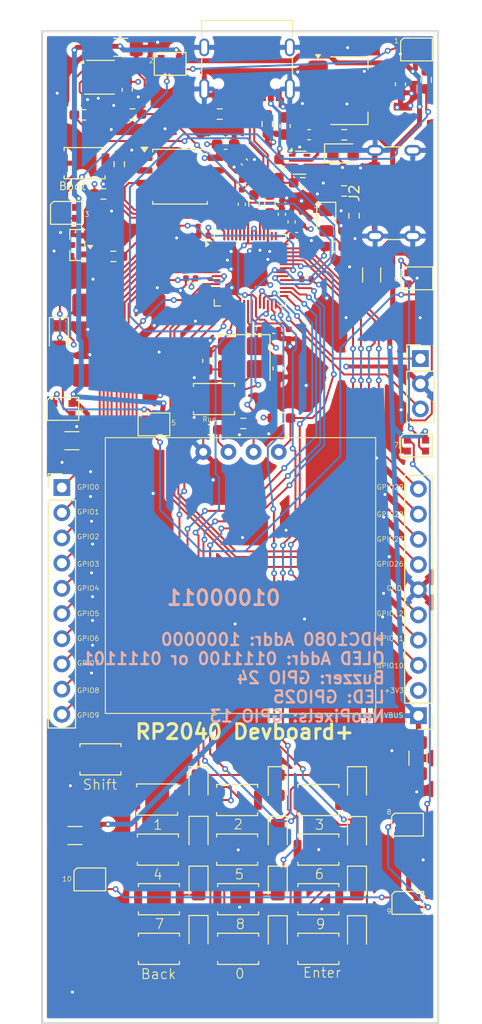
<source format=kicad_pcb>
(kicad_pcb (version 20241229) (generator "pcbnew") (generator_version "9.0")
  (layers (0 "F.Cu" signal) (4 "In1.Cu" signal) (6 "In2.Cu" signal) (2 "B.Cu" signal) (13 "F.Paste" user) (15 "B.Paste" user) (5 "F.SilkS" user "F.Silkscreen") (7 "B.SilkS" user "B.Silkscreen") (1 "F.Mask" user) (3 "B.Mask" user) (25 "Edge.Cuts" user))
  (net 0 "")
  (net 1 "+3V3")
  (net 2 "GND")
  (net 3 "VBUS")
  (net 4 "XIN")
  (net 5 "Net-(C17-Pad1)")
  (net 6 "Net-(D1-A)")
  (net 7 "Net-(D2-A)")
  (net 8 "Net-(D3-A)")
  (net 9 "ROW0")
  (net 10 "Net-(D4-A)")
  (net 11 "Net-(D5-A)")
  (net 12 "Net-(D6-A)")
  (net 13 "ROW1")
  (net 14 "Net-(D7-A)")
  (net 15 "Net-(D8-A)")
  (net 16 "Net-(D9-A)")
  (net 17 "ROW2")
  (net 18 "Net-(D10-A)")
  (net 19 "Net-(D11-A)")
  (net 20 "Net-(D12-A)")
  (net 21 "Net-(D13-A)")
  (net 22 "ROW3")
  (net 23 "Net-(D14-A)")
  (net 24 "Net-(D15-A)")
  (net 25 "GPIO_NeoPixel")
  (net 26 "Net-(D16-DOUT)")
  (net 27 "Net-(D17-DOUT)")
  (net 28 "Net-(D18-DOUT)")
  (net 29 "Net-(D19-DOUT)")
  (net 30 "Neopixel")
  (net 31 "Net-(D21-DOUT)")
  (net 32 "Net-(D22-DOUT)")
  (net 33 "Net-(D23-DOUT)")
  (net 34 "Net-(D24-DOUT)")
  (net 36 "V_Primary")
  (net 37 "USB_D+")
  (net 38 "Net-(J1-CC1)")
  (net 39 "Net-(J1-CC2)")
  (net 40 "USB_D-")
  (net 41 "V_Secondary")
  (net 42 "Net-(J2-CC1)")
  (net 43 "Net-(J2-CC2)")
  (net 44 "GPIO7")
  (net 45 "GPIO2")
  (net 46 "GPIO4")
  (net 47 "GPIO0")
  (net 48 "GPIO3")
  (net 49 "GPIO5")
  (net 50 "GPIO8")
  (net 51 "GPIO9")
  (net 52 "GPIO6")
  (net 53 "GPIO1")
  (net 54 "GPIO28")
  (net 55 "GPIO27")
  (net 56 "GPIO11")
  (net 57 "GPIO29")
  (net 58 "GPIO10")
  (net 59 "GPIO12")
  (net 60 "GPIO26")
  (net 61 "SWD")
  (net 62 "SWCLK")
  (net 63 "Buzzer")
  (net 64 "Net-(U1-USB_DP)")
  (net 65 "Net-(U1-USB_DM)")
  (net 66 "Net-(U5-PR1)")
  (net 67 "QSPI_SS")
  (net 68 "Net-(R10-Pad1)")
  (net 69 "XOUT")
  (net 70 "SCL")
  (net 71 "SDA")
  (net 72 "Net-(U1-GPIO25)")
  (net 73 "COL0")
  (net 74 "COL1")
  (net 75 "COL2")
  (net 76 "Net-(U1-RUN)")
  (net 77 "QSPI_SCLK")
  (net 78 "QSPI_SD3")
  (net 79 "QSPI_SD1")
  (net 80 "QSPI_SD0")
  (net 81 "QSPI_SD2")
  (net 82 "+1V1")
  (net 87 "Net-(U1-GPIO13)")
  (net 88 "Net-(Q1-G)")
  (net 89 "Net-(D16-DIN)")
  (footprint "Diode_SMD:D_0805_2012Metric_Pad1.15x1.40mm_HandSolder" (layer "F.Cu") (at 178.8 139.025 -90)
    (property "Reference" "D12" (hide yes))
    (property "Value" "CD4148W")
  )
  (footprint "Resistor_SMD:R_0402_1005Metric" (layer "F.Cu") (at 168.45 83.1 180)
    (property "Reference" "R11" (hide yes))
    (property "Value" "1k")
  )
  (footprint "Diode_SMD:D_0805_2012Metric_Pad1.15x1.40mm_HandSolder" (layer "F.Cu") (at 178.8 134.025 -90)
    (property "Reference" "D9" (hide yes))
    (property "Value" "CD4148W")
  )
  (footprint "Resistor_SMD:R_0603_1608Metric_Pad0.98x0.95mm_HandSolder" (layer "F.Cu") (at 170 70.4125 90)
    (property "Reference" "R2" (hide yes))
    (property "Value" "27.4")
  )
  (footprint "Diode_SMD:D_0805_2012Metric_Pad1.15x1.40mm_HandSolder" (layer "F.Cu") (at 162.8 144 -90)
    (property "Reference" "D13" (hide yes))
    (property "Value" "CD4148W")
  )
  (footprint "Resistor_SMD:R_0603_1608Metric_Pad0.98x0.95mm_HandSolder" (layer "F.Cu") (at 151.17 61.43)
    (property "Reference" "R15" (hide yes))
    (property "Value" "5k")
  )
  (footprint "LED_SMD:LED_WS2812B-2020_PLCC4_2.0x2.0mm" (layer "F.Cu") (at 151.825 138.5)
    (property "Reference" "D25" (hide yes))
    (property "Value" "WS2812B-2020")
  )
  (footprint "Button_Switch_SMD:SW_Push_SPST_NO_Alps_SKRK" (layer "F.Cu") (at 158.8 145.5)
    (property "Reference" "SW11" (hide yes))
    (property "Value" "SW_Push")
  )
  (footprint "Button_Switch_SMD:SW_Push_SPST_NO_Alps_SKRK" (layer "F.Cu") (at 158.7 135.5)
    (property "Reference" "SW5" (hide yes))
    (property "Value" "SW_Push")
  )
  (footprint "Button_Switch_SMD:SW_Push_SPST_NO_Alps_SKRK" (layer "F.Cu") (at 166.7 135.5)
    (property "Reference" "SW6" (hide yes))
    (property "Value" "SW_Push")
  )
  (footprint "Capacitor_SMD:C_1206_3216Metric_Pad1.33x1.80mm_HandSolder" (layer "F.Cu") (at 154.95 54.62)
    (property "Reference" "C21" (hide yes))
    (property "Value" "100u")
  )
  (footprint "LED_SMD:LED_WS2812B-2020_PLCC4_2.0x2.0mm" (layer "F.Cu") (at 183.9 132.98)
    (property "Reference" "D23" (hide yes))
    (property "Value" "WS2812B-2020")
  )
  (footprint "Crystal:Crystal_SMD_3225-4Pin_3.2x2.5mm_HandSoldering" (layer "F.Cu") (at 167.26 85.9 180)
    (property "Reference" "Y1" (hide yes))
    (property "Value" "NDK NX3225GA-12MHZ-STD-CRG-2")
  )
  (footprint "LED_SMD:LED_WS2812B-2020_PLCC4_2.0x2.0mm" (layer "F.Cu") (at 158.3 92.63)
    (property "Reference" "D20" (hide yes))
    (property "Value" "WS2812B-2020")
  )
  (footprint "Diode_SMD:D_0805_2012Metric_Pad1.15x1.40mm_HandSolder" (layer "F.Cu") (at 170.8 134 -90)
    (property "Reference" "D8" (hide yes))
    (property "Value" "CD4148W")
  )
  (footprint "Capacitor_SMD:C_0402_1005Metric" (layer "F.Cu") (at 172.71 73.65)
    (property "Reference" "C4" (hide yes))
    (property "Value" "100n")
  )
  (footprint "Button_Switch_SMD:SW_Push_SPST_NO_Alps_SKRK" (layer "F.Cu") (at 152.9 126.4 180)
    (property "Reference" "SW15" (hide yes))
    (property "Value" "SW_Push")
  )
  (footprint "Capacitor_SMD:C_0402_1005Metric" (layer "F.Cu") (at 172.2 72.22 90)
    (property "Reference" "C3" (hide yes))
    (property "Value" "100n")
  )
  (footprint "Resistor_SMD:R_0603_1608Metric_Pad0.98x0.95mm_HandSolder" (layer "F.Cu") (at 168.4 70.4125 -90)
    (property "Reference" "R1" (hide yes))
    (property "Value" "27.4")
  )
  (footprint "Button_Switch_SMD:SW_Push_SPST_NO_Alps_SKRK" (layer "F.Cu") (at 158.62 130.45)
    (property "Reference" "SW2" (hide yes))
    (property "Value" "SW_Push")
  )
  (footprint "Resistor_SMD:R_0603_1608Metric_Pad0.98x0.95mm_HandSolder" (layer "F.Cu") (at 164.94 61.35)
    (property "Reference" "R4" (hide yes))
    (property "Value" "5.1K")
  )
  (footprint "Resistor_SMD:R_0603_1608Metric_Pad0.98x0.95mm_HandSolder" (layer "F.Cu") (at 154.8 66.4 -90)
    (property "Reference" "R10" (hide yes))
    (property "Value" "1k")
  )
  (footprint "Capacitor_SMD:C_1206_3216Metric_Pad1.33x1.80mm_HandSolder" (layer "F.Cu") (at 150.33 134.08 180)
    (property "Reference" "C23" (hide yes))
    (property "Value" "100u")
  )
  (footprint "Package_TO_SOT_SMD:SOT-583-8" (layer "F.Cu") (at 173 66.25)
    (property "Reference" "U5" (hide yes))
    (property "Value" "TPS2116DRL")
  )
  (footprint "Button_Switch_SMD:SW_Push_SPST_NO_Alps_SKRK" (layer "F.Cu") (at 174.9 145.5)
    (property "Reference" "SW13" (hide yes))
    (property "Value" "SW_Push")
  )
  (footprint "Capacitor_SMD:C_0402_1005Metric" (layer "F.Cu") (at 171.22 71.45 90)
    (property "Reference" "C12" (hide yes))
    (property "Value" "100n")
  )
  (footprint "Diode_SMD:D_0805_2012Metric_Pad1.15x1.40mm_HandSolder" (layer "F.Cu") (at 170.8 144.025 -90)
    (property "Reference" "D14" (hide yes))
    (property "Value" "CD4148W")
  )
  (footprint "Capacitor_SMD:C_0402_1005Metric" (layer "F.Cu") (at 170.4 83.1)
    (property "Reference" "C2" (hide yes))
    (property "Value" "100n")
  )
  (footprint "Capacitor_SMD:C_1206_3216Metric_Pad1.33x1.80mm_HandSolder" (layer "F.Cu") (at 180.28 77.57 -90)
    (property "Reference" "C24" (hide yes))
    (property "Value" "100u")
  )
  (footprint "LED_SMD:LED_WS2812B-2020_PLCC4_2.0x2.0mm" (layer "F.Cu") (at 159.935 56.29)
    (property "Reference" "D17" (hide yes))
    (property "Value" "WS2812B-2020")
  )
  (footprint "Resistor_SMD:R_0603_1608Metric_Pad0.98x0.95mm_HandSolder" (layer "F.Cu") (at 171.17 91.99 180)
    (property "Reference" "R14" (hide yes))
    (property "Value" "5k")
  )
  (footprint "Buzzer_Beeper:MLT-8530" (layer "F.Cu") (at 154.9 84)
    (property "Reference" "U7" (hide yes))
    (property "Value" "MLT-8530")
  )
  (footprint "Capacitor_SMD:C_0603_1608Metric_Pad1.08x0.95mm_HandSolder" (layer "F.Cu") (at 171.54 62.55 90)
    (property "Reference" "C20" (hide yes))
    (property "Value" "1u")
  )
  (footprint "Connector_PinHeader_2.54mm:PinHeader_1x10_P2.54mm_Vertical" (layer "F.Cu") (at 185 122 180)
    (property "Reference" "J4" (hide yes))
    (property "Value" "Conn_01x10_Pin")
  )
  (footprint "Diode_SMD:D_0805_2012Metric_Pad1.15x1.40mm_HandSolder" (layer "F.Cu") (at 148.7 83.725 -90)
    (property "Reference" "D3" (hide yes))
    (property "Value" "CD4148W")
  )
  (footprint "Resistor_SMD:R_0603_1608Metric_Pad0.98x0.95mm_HandSolder" (layer "F.Cu") (at 156.13 61.35 180)
    (property "Reference" "R16" (hide yes))
    (property "Value" "5k")
  )
  (footprint "LED_SMD:LED_WS2812B-2020_PLCC4_2.0x2.0mm" (layer "F.Cu") (at 184.855 77.91)
    (property "Reference" "D21" (hide yes))
    (property "Value" "WS2812B-2020")
  )
  (footprint "Button_Switch_SMD:SW_Push_SPST_NO_Alps_SKRK" (layer "F.Cu") (at 151.3 66.3)
    (property "Reference" "SW1" (hide yes))
    (property "Value" "SW_Push")
  )
  (footprint "Resistor_SMD:R_0603_1608Metric_Pad0.98x0.95mm_HandSolder" (layer "F.Cu") (at 154.2 75.7 180)
    (property "Reference" "R18" (hide yes))
    (property "Value" "470")
  )
  (footprint "Capacitor_SMD:C_0402_1005Metric" (layer "F.Cu") (at 167.17 70.45 90)
    (property "Reference" "C11" (hide yes))
    (property "Value" "100n")
  )
  (footprint "Capacitor_SMD:C_0402_1005Metric" (layer "F.Cu") (at 171.9 83.53 -90)
    (property "Reference" "C10" (hide yes))
    (property "Value" "1u")
  )
  (footprint "Capacitor_SMD:C_0402_1005Metric" (layer "F.Cu") (at 163.3 73.6 180)
    (property "Reference" "C5" (hide yes))
    (property "Value" "100n")
  )
  (footprint "Resistor_SMD:R_0603_1608Metric_Pad0.98x0.95mm_HandSolder" (layer "F.Cu") (at 173.32 68.28)
    (property "Reference" "R8" (hide yes))
    (property "Value" "33k")
  )
  (footprint "Button_Switch_SMD:SW_Push_SPST_NO_Alps_SKRK" (layer "F.Cu") (at 174.9 135.5)
    (property "Reference" "SW7" (hide yes))
    (property "Value" "SW_Push")
  )
  (footprint "Connector_PinHeader_2.54mm:PinHeader_1x03_P2.54mm_Vertical" (layer "F.Cu") (at 185.2 86)
    (property "Reference" "J5" (hide yes))
    (property "Value" "Conn_01x03_Pin")
  )
  (footprint "Resistor_SMD:R_0603_1608Metric_Pad0.98x0.95mm_HandSolder" (layer "F.Cu") (at 177.51 63.44 180)
    (property "Reference" "R12" (hide yes))
    (property "Value" "470")
  )
  (footprint "Resistor_SMD:R_0603_1608Metric_Pad0.98x0.95mm_HandSolder" (layer "F.Cu") (at 185.79 57.9 90)
    (property "Reference" "R19" (hide yes))
    (property "Value" "470")
  )
  (footprint "LED_SMD:LED_0805_2012Metric_Pad1.15x1.40mm_HandSolder" (layer "F.Cu") (at 177.39 65.32)
    (property "Reference" "D1" (hide yes))
    (property "Value" "KT-0805G")
  )
  (footprint "Resistor_SMD:R_0603_1608Metric_Pad0.98x0.95mm_HandSolder" (layer "F.Cu") (at 177.5 69.1)
    (property "Reference" "R6" (hide yes))
    (property "Value" "5.1K")
  )
  (footprint "Package_TO_SOT_SMD:SOT-23" (layer "F.Cu") (at 150.5625 74.55 180)
    (property "Reference" "Q1" (hide yes))
    (property "Value" "BSS138")
  )
  (footprint "Button_Switch_SMD:SW_Push_SPST_NO_Alps_SKRK" (layer "F.Cu") (at 166.8 140.5)
    (property "Reference" "SW9" (hide yes))
    (property "Value" "SW_Push")
  )
  (footprint "Capacitor_SMD:C_0603_1608Metric_Pad1.08x0.95mm_HandSolder" (layer "F.Cu") (at 165.5375 64.4)
    (property "Reference" "C15" (hide yes))
    (property "Value" "100n")
  )
  (footprint "Capacitor_SMD:C_0402_1005Metric" (layer "F.Cu") (at 173.7 78)
    (property "Reference" "C9" (hide yes))
    (property "Value" "100n")
  )
  (footprint "Display:HS96L03W2C03" (layer "F.Cu") (at 167.04 101.17)
    (property "Reference" "U4" (hide yes))
    (property "Value" "HS96L03W2C03")
  )
  (footprint "Button_Switch_SMD:SW_Push_SPST_NO_Alps_SKRK" (layer "F.Cu") (at 164.36 90.08)
    (property "Reference" "SW14" (hide yes))
    (property "Value" "SW_Push")
  )
  (footprint "Resistor_SMD:R_0603_1608Metric_Pad0.98x0.95mm_HandSolder" (layer "F.Cu") (at 170.92 66.84 -90)
    (property "Reference" "R7" (hide yes))
    (property "Value" "10k")
  )
  (footprint "Capacitor_SMD:C_0603_1608Metric_Pad1.08x0.95mm_HandSolder" (layer "F.Cu") (at 163.93 93.17)
    (property "Reference" "C18" (hide yes))
    (property "Value" "100n")
  )
  (footprint "Package_SO:SOIC-8_5.3x5.3mm_P1.27mm" (layer "F.Cu") (at 160.93 67.6625)
    (property "Reference" "U3" (hide yes))
    (property "Value" "W25Q128JVS")
  )
  (footprint "Package_DFN_QFN:QFN-56-1EP_7x7mm_P0.4mm_EP3.2x3.2mm" (layer "F.Cu") (at 168 77.09)
    (property "Reference" "U1" (hide yes))
    (property "Value" "RP2040")
  )
  (footprint "Button_Switch_SMD:SW_Push_SPST_NO_Alps_SKRK" (layer "F.Cu") (at 166.8 145.5)
    (property "Reference" "SW12" (hide yes))
    (property "Value" "SW_Push")
  )
  (footprint "LED_SMD:LED_WS2812B-2020_PLCC4_2.0x2.0mm" (layer "F.Cu") (at 149.46 71.31)
    (property "Reference" "D18" (hide yes))
    (property "Value" "WS2812B-2020")
  )
  (footprint "LED_SMD:LED_WS2812B-2020_PLCC4_2.0x2.0mm" (layer "F.Cu") (at 149.11 91.07)
    (property "Reference" "D19" (hide yes))
    (property "Value" "WS2812B-2020")
  )
  (footprint "Capacitor_SMD:C_0603_1608Metric_Pad1.08x0.95mm_HandSolder" (layer "F.Cu") (at 183.19 58.34 90)
    (property "Reference" "C13" (hide yes))
    (property "Value" "10u")
  )
  (footprint "LED_SMD:LED_WS2812B-2020_PLCC4_2.0x2.0mm" (layer "F.Cu") (at 184.8 94.77)
    (property "Reference" "D22" (hide yes))
    (property "Value" "WS2812B-2020")
  )
  (footprint "Button_Switch_SMD:SW_Push_SPST_NO_Alps_SKRK" (layer "F.Cu") (at 158.8 140.5)
    (property "Reference" "SW8" (hide yes))
    (property "Value" "SW_Push")
  )
  (footprint "Resistor_SMD:R_0603_1608Metric_Pad0.98x0.95mm_HandSolder" (layer "F.Cu") (at 169.74 62.35 -90)
    (property "Reference" "R3" (hide yes))
    (property "Value" "5.1K")
  )
  (footprint "Resistor_SMD:R_0603_1608Metric_Pad0.98x0.95mm_HandSolder" (layer "F.Cu") (at 167.33 92.54)
    (property "Reference" "R13" (hide yes))
    (property "Value" "5k")
  )
  (footprint "Connector_USB:USB_C_Receptacle_G-Switch_GT-USB-7010ASV" (layer "F.Cu") (at 167.7 55.7 180)
    (property "Reference" "J1" (hide yes))
    (property "Value" "USB_C_Receptacle_USB2.0_14P")
  )
  (footprint "Capacitor_SMD:C_0402_1005Metric" (layer "F.Cu") (at 162.01 77.91 180)
    (property "Reference" "C6" (hide yes))
    (property "Value" "100n")
  )
  (footprint "Diode_SMD:D_0805_2012Metric_Pad1.15x1.40mm_HandSolder" (layer "F.Cu") (at 170.8 129 -90)
    (property "Reference" "D5" (hide yes))
    (property "Value" "CD4148W")
  )
  (footprint "LED_SMD:LED_WS2812B-2020_PLCC4_2.0x2.0mm" (layer "F.Cu") (at 183.93 140.87)
    (property "Reference" "D24" (hide yes))
    (property "Value" "WS2812B-2020")
  )
  (footprint "Diode_SMD:D_0805_2012Metric_Pad1.15x1.40mm_HandSolder" (layer "F.Cu") (at 162.8 129 -90)
    (property "Reference" "D4" (hide yes))
    (property "Value" "CD4148W")
  )
  (footprint "Capacitor_SMD:C_0402_1005Metric" (layer "F.Cu") (at 173.66 72.16 45)
    (property "Reference" "C1" (hide yes))
    (property "Value" "1u")
  )
  (footprint "Diode_SMD:D_0805_2012Metric_Pad1.15x1.40mm_HandSolder" (layer "F.Cu") (at 162.8 139.025 -90)
    (property "Reference" "D10" (hide yes))
    (property "Value" "CD4148W")
  )
  (footprint "Resistor_SMD:R_0603_1608Metric_Pad0.98x0.95mm_HandSolder" (layer "F.Cu") (at 178.5 71.6 -90)
    (property "Reference" "R5" (hide yes))
    (property "Value" "5.1K")
  )
  (footprint "Capacitor_SMD:C_1206_3216Metric_Pad1.33x1.80mm_HandSolder" (layer "F.Cu") (at 184.96 126.28 -90)
    (property "Reference" "C22" (hide yes))
    (property "Value" "100u")
  )
  (footprint "Diode_SMD:D_0805_2012Metric_Pad1.15x1.40mm_HandSolder" (layer "F.Cu") (at 162.8 134 -90)
    (property "Reference" "D7" (hide yes))
    (property "Value" "CD4148W")
  )
  (footprint "LED_SMD:LED_WS2812B-2020_PLCC4_2.0x2.0mm" (layer "F.Cu") (at 184.81 54.84)
    (property "Reference" "D16" (hide yes))
    (property "Value" "WS2812B-2020")
  )
  (footprint "Package_TO_SOT_SMD:SOT-223-3_TabPin2" (layer "F.Cu") (at 178 59)
    (property "Reference" "U2" (hide yes))
    (property "Value" "NCP1117-3.3_SOT223")
  )
  (footprint "LED_SMD:LED_0805_2012Metric_Pad1.15x1.40mm_HandSolder" (layer "F.Cu") (at 175.7 72.1 -90)
    (property "Reference" "D2" (hide yes))
    (property "Value" "KT-0805G")
  )
  (footprint "Capacitor_SMD:C_0603_1608Metric_Pad1.08x0.95mm_HandSolder" (layer "F.Cu") (at 163.73 86.23 -90)
    (property "Reference" "C16" (hide yes))
    (property "Value" "33p")
  )
  (footprint "Capacitor_SMD:C_0402_1005Metric" (layer "F.Cu") (at 167.18 68.5 90)
    (property "Reference" "C7" (hide yes))
    (property "Value" "100n")
  )
  (footprint "Connector_USB:USB_C_Receptacle_GCT_USB4125-xx-x_6P_TopMnt_Horizontal" (layer "F.Cu") (at 183.63 69.33 90)
    (property "Reference" "J2")
    (property "Value" "USB_C_Receptacle_PowerOnly_6P")
  )
  (footprint "Diode_SMD:D_0805_2012Metric_Pad1.15x1.40mm_HandSolder" (layer "F.Cu") (at 170.8 139.025 -90)
    (property "Reference" "D11" (hide yes))
    (property "Value" "CD4148W")
  )
  (footprint "Resistor_SMD:R_0603_1608Metric_Pad0.98x0.95mm_HandSolder" (layer "F.Cu") (at 176.5 74.7)
    (property "Reference" "R17" (hide yes))
    (property "Value" "100")
  )
  (footprint "Connector_PinHeader_2.54mm:PinHeader_1x10_P2.54mm_Vertical" (layer "F.Cu") (at 149 99)
    (property "Reference" "J3" (hide yes))
    (property "Value" "Conn_01x10_Pin")
  )
  (footprint "Capacitor_SMD:C_0603_1608Metric_Pad1.08x0.95mm_HandSolder" (layer "F.Cu") (at 155.6 58.9 -90)
    (property "Reference" "C19" (hide yes))
    (property "Value" "100n")
  )
  (footprint "Diode_SMD:D_0805_2012Metric_Pad1.15x1.40mm_HandSolder" (layer "F.Cu") (at 178.8 144.025 -90)
    (property "Reference" "D15" (hide yes))
    (property "Value" "CD4148W")
  )
  (footprint "Capacitor_SMD:C_1206_3216Metric_Pad1.33x1.80mm_HandSolder" (layer "F.Cu") (at 150.02 94.28 180)
    (property "Reference" "C25" (hide yes))
    (property "Value" "100u")
  )
  (footprint "Button_Switch_SMD:SW_Push_SPST_NO_Alps_SKRK" (layer "F.Cu") (at 174.9 130.5)
    (property "Reference" "SW4" (hide yes))
    (property "Value" "SW_Push")
  )
  (footprint "Capacitor_SMD:C_0603_1608Metric_Pad1.08x0.95mm_HandSolder" (layer "F.Cu") (at 173.96 63.43 180)
    (property "Reference" "C14" (hide yes))
    (property "Value" "10u")
  )
  (footprint "Resistor_SMD:R_0603_1608Metric_Pad0.98x0.95mm_HandSolder" (layer "F.Cu") (at 153.2 69.4 180)
    (property "Reference" "R9" (hide yes))
    (property "Value" "10k")
  )
  (footprint "Capacitor_SMD:C_0603_1608Metric_Pad1.08x0.95mm_HandSolder" (layer "F.Cu") (at 170.84 86.99 -90)
    (property "Reference" "C17" (hide yes))
    (property "Value" "33p")
  )
  (footprint "Capacitor_SMD:C_0402_1005Metric" (layer "F.Cu") (at 167.43 66.18 -45)
    (property "Reference" "C8" (hide yes))
    (property "Value" "100n")
  )
  (footprint "Sensor_Humidity:Texas_S-PWSON-N6-HDC2080" (layer "F.Cu") (at 152.8 57.64)
    (property "Reference" "U8" (hide yes))
    (property "Value" "HDC1080")
  )
  (footprint "Diode_SMD:D_0805_2012Metric_Pad1.15x1.40mm_HandSolder" (layer "F.Cu") (at 178.8 129 -90)
    (property "Reference" "D6" (hide yes))
    (property "Value" "CD4148W")
  )
  (footprint "Button_Switch_SMD:SW_Push_SPST_NO_Alps_SKRK" (layer "F.Cu") (at 166.7 130.5)
    (property "Reference" "SW3" (hide yes))
    (property "Value" "SW_Push")
  )
  (footprint "Button_Switch_SMD:SW_Push_SPST_NO_Alps_SKRK" (layer "F.Cu") (at 174.9 140.5)
    (property "Reference" "SW10" (hide yes))
    (property "Value" "SW_Push")
  )
  (gr_rect (start 147 53) (end 187 153) (stroke (width 0.2)) (fill no) (layer "Edge.Cuts"))
  (gr_text "2" (at 157.75 56.25 0) (layer "F.SilkS") (effects (font (size 0.5 0.5) (thickness 0.0625)) (justify left bottom)))
  (gr_text "GPIO0" (at 150.5 99.25 0) (layer "F.SilkS") (effects (font (size 0.5 0.5) (thickness 0.0625)) (justify left bottom)))
  (gr_text "4\n" (at 158.15 138.62 0) (layer "F.SilkS") (effects (font (size 1 1) (thickness 0.1)) (justify left bottom)))
  (gr_text "0\n" (at 166.43 148.59 0) (layer "F.SilkS") (effects (font (size 1 1) (thickness 0.1)) (justify left bottom)))
  (gr_text "GPIO11\n" (at 180.75 114.5 0) (layer "F.SilkS") (effects (font (size 0.5 0.5) (thickness 0.0625)) (justify left bottom)))
  (gr_text "9\n" (at 174.58 143.6 0) (layer "F.SilkS") (effects (font (size 1 1) (thickness 0.1)) (justify left bottom)))
  (gr_text "GND\n\n" (at 181.75 110.25 0) (layer "F.SilkS") (effects (font (size 0.5 0.5) (thickness 0.0625)) (justify left bottom)))
  (gr_text "GPIO8\n" (at 150.5 119.75 0) (layer "F.SilkS") (effects (font (size 0.5 0.5) (thickness 0.0625)) (justify left bottom)))
  (gr_text "GPIO28" (at 180.75 102 0) (layer "F.SilkS") (effects (font (size 0.5 0.5) (thickness 0.0625)) (justify left bottom)))
  (gr_text "GPIO4\n\n" (at 150.5 110.25 0) (layer "F.SilkS") (effects (font (size 0.5 0.5) (thickness 0.0625)) (justify left bottom)))
  (gr_text "5" (at 160 92.78 0) (layer "F.SilkS") (effects (font (size 0.5 0.5) (thickness 0.0625)) (justify left bottom)))
  (gr_text "Back" (at 156.91 148.63 0) (layer "F.SilkS") (effects (font (size 1 1) (thickness 0.1)) (justify left bottom)))
  (gr_text "GPIO27\n" (at 180.75 104.5 0) (layer "F.SilkS") (effects (font (size 0.5 0.5) (thickness 0.0625)) (justify left bottom)))
  (gr_text "8" (at 181.75 132 0) (layer "F.SilkS") (effects (font (size 0.5 0.5) (thickness 0.0625)) (justify left bottom)))
  (gr_text "6\n" (at 174.46 138.56 0) (layer "F.SilkS") (effects (font (size 1 1) (thickness 0.1)) (justify left bottom)))
  (gr_text "6" (at 182.5 78.25 0) (layer "F.SilkS") (effects (font (size 0.5 0.5) (thickness 0.0625)) (justify left bottom)))
  (gr_text "GPIO1" (at 150.5 101.75 0) (layer "F.SilkS") (effects (font (size 0.5 0.5) (thickness 0.0625)) (justify left bottom)))
  (gr_text "10" (at 149 138.75 0) (layer "F.SilkS") (effects (font (size 0.5 0.5) (thickness 0.0625)) (justify left bottom)))
  (gr_text "Enter\n" (at 173.28 148.49 0) (layer "F.SilkS") (effects (font (size 1 1) (thickness 0.1)) (justify left bottom)))
  (gr_text "GPIO12\n" (at 180.75 112 0) (layer "F.SilkS") (effects (font (size 0.5 0.5) (thickness 0.0625)) (justify left bottom)))
  (gr_text "GPIO29\n" (at 180.75 99.25 0) (layer "F.SilkS") (effects (font (size 0.5 0.5) (thickness 0.0625)) (justify left bottom)))
  (gr_text "Run" (at 163.16 92.41 0) (layer "F.SilkS") (effects (font (size 0.5 0.5) (thickness 0.0625)) (justify left bottom)))
  (gr_text "+3V3\n" (at 181.5 119.75 0) (layer "F.SilkS") (effects (font (size 0.5 0.5) (thickness 0.0625)) (justify left bottom)))
  (gr_text "8\n" (at 166.48 143.6 0) (layer "F.SilkS") (effects (font (size 1 1) (thickness 0.1)) (justify left bottom)))
  (gr_text "Boot" (at 148.64 69.08 0) (layer "F.SilkS") (effects (font (size 0.8 0.8) (thickness 0.1)) (justify left bottom)))
  (gr_text "GPIO9\n" (at 150.5 122.25 0) (layer "F.SilkS") (effects (font (size 0.5 0.5) (thickness 0.0625)) (justify left bottom)))
  (gr_text "4" (at 150.71 91.5 0) (layer "F.SilkS") (effects (font (size 0.5 0.5) (thickness 0.0625)) (justify left bottom)))
  (gr_text "9" (at 181.75 142 0) (layer "F.SilkS") (effects (font (size 0.5 0.5) (thickness 0.0625)) (justify left bottom)))
  (gr_text "Shift" (at 151.041252 129.54 0) (layer "F.SilkS") (effects (font (size 1 1) (thickness 0.1)) (justify left bottom)))
  (gr_text "RP2040 Devboard+" (at 156.25 124.5 0) (layer "F.SilkS") (effects (font (size 1.5 1.5) (thickness 0.3) (bold yes)) (justify left bottom)))
  (gr_text "3\n" (at 174.47 133.58 0) (layer "F.SilkS") (effects (font (size 1 1) (thickness 0.1)) (justify left bottom)))
  (gr_text "VBUS" (at 181.5 122.25 0) (layer "F.SilkS") (effects (font (size 0.5 0.5) (thickness 0.0625)) (justify left bottom)))
  (gr_text "5\n" (at 166.38 138.58 0) (layer "F.SilkS") (effects (font (size 1 1) (thickness 0.1)) (justify left bottom)))
  (gr_text "3" (at 151.25 71.75 0) (layer "F.SilkS") (effects (font (size 0.5 0.5) (thickness 0.0625)) (justify left bottom)))
  (gr_text "7\n" (at 158.32 143.59 0) (layer "F.SilkS") (effects (font (size 1 1) (thickness 0.1)) (justify left bottom)))
  (gr_text "2\n" (at 166.26 133.54 0) (layer "F.SilkS") (effects (font (size 1 1) (thickness 0.1)) (justify left bottom)))
  (gr_text "GPIO7\n" (at 150.5 117 0) (layer "F.SilkS") (effects (font (size 0.5 0.5) (thickness 0.0625)) (justify left bottom)))
  (gr_text "GPIO2\n" (at 150.5 104.25 0) (layer "F.SilkS") (effects (font (size 0.5 0.5) (thickness 0.0625)) (justify left bottom)))
  (gr_text "GPIO6\n" (at 150.5 114.5 0) (layer "F.SilkS") (effects (font (size 0.5 0.5) (thickness 0.0625)) (justify left bottom)))
  (gr_text "7" (at 182.5 95 0) (layer "F.SilkS") (effects (font (size 0.5 0.5) (thickness 0.0625)) (justify left bottom)))
  (gr_text "GPIO26\n" (at 180.75 107 0) (layer "F.SilkS") (effects (font (size 0.5 0.5) (thickness 0.0625)) (justify left bottom)))
  (gr_text "GPIO3\n" (at 150.5 107 0) (layer "F.SilkS") (effects (font (size 0.5 0.5) (thickness 0.0625)) (justify left bottom)))
  (gr_text "GPIO10\n" (at 180.75 117.25 0) (layer "F.SilkS") (effects (font (size 0.5 0.5) (thickness 0.0625)) (justify left bottom)))
  (gr_text "GPIO5\n" (at 150.5 112 0) (layer "F.SilkS") (effects (font (size 0.5 0.5) (thickness 0.0625)) (justify left bottom)))
  (gr_text "1" (at 158.15 133.57 0) (layer "F.SilkS") (effects (font (size 1 1) (thickness 0.1)) (justify left bottom)))
  (gr_text "1" (at 182.5 54.25 0) (layer "F.SilkS") (effects (font (size 0.5 0.5) (thickness 0.0625)) (justify left bottom)))
  (gr_text "01000011" (at 171.25 111 -0) (layer "B.SilkS") (effects (font (size 1.5 1.5) (thickness 0.3) (bold yes)) (justify left bottom mirror)))
  (gr_text "HDC1080 Addr: 1000000\nOLED Addr: 0111100 or 0111101\nBuzzer: GPIO 24\nLED: GPIO25\nNeoPixels: GPIO 13" (at 181.75 122.75 0) (layer "B.SilkS") (effects (font (size 1.2 1.2) (thickness 0.24) (bold yes)) (justify left bottom mirror)))
  (segment (start 163.78 73.6) (end 163.78 72.82) (width 0.2) (layer "F.Cu") (net 1))
  (segment (start 173.04 78.18) (end 173.22 78) (width 0.2) (layer "F.Cu") (net 1))
  (segment (start 152.37 61.43) (end 152.0825 61.43) (width 0.2) (layer "F.Cu") (net 1))
  (segment (start 163.66 64.39) (end 164.665 64.39) (width 0.2) (layer "F.Cu") (net 1))
  (segment (start 163.71 77.91) (end 162.49 77.91) (width 0.2) (layer "F.Cu") (net 1))
  (segment (start 183.19 59.1275) (end 183.19 59.2025) (width 0.3) (layer "F.Cu") (net 1))
  (segment (start 174.85 59) (end 181.15 59) (width 0.5) (layer "F.Cu") (net 1))
  (segment (start 174.14 72.94) (end 173.761178 72.94) (width 0.3) (layer "F.Cu") (net 1))
  (segment (start 164.5625 78.09) (end 163.89 78.09) (width 0.2) (layer "F.Cu") (net 1))
  (segment (start 155.6 58.0375) (end 154.5975 58.0375) (width 0.2) (layer "F.Cu") (net 1))
  (segment (start 167.090589 66.704675) (end 167.791 67.405086) (width 0.2) (layer "F.Cu") (net 1))
  (segment (start 167.090589 65.840589) (end 167.090589 66.704675) (width 0.2) (layer "F.Cu") (net 1))
  (segment (start 169.92 83.1) (end 169.90034 83.1) (width 0.2) (layer "F.Cu") (net 1))
  (segment (start 183.0625 59) (end 183.19 59.1275) (width 0.3) (layer "F.Cu") (net 1))
  (segment (start 164.665 64.39) (end 164.675 64.4) (width 0.2) (layer "F.Cu") (net 1))
  (segment (start 170.1 84.39) (end 170.1 83.28) (width 0.2) (layer "F.Cu") (net 1))
  (segment (start 168.2 73.6525) (end 168.2 73.1) (width 0.2) (layer "F.Cu") (net 1))
  (segment (start 155.6 58.2) (end 152.37 61.43) (width 0.2) (layer "F.Cu") (net 1))
  (segment (start 171.4375 78.09) (end 173.13 78.09) (width 0.2) (layer "F.Cu") (net 1))
  (segment (start 165.7875 93.17) (end 166.4175 92.54) (width 0.2) (layer "F.Cu") (net 1))
  (segment (start 148.7 82.7) (end 150.8 80.6) (width 0.2) (layer "F.Cu") (net 1))
  (segment (start 164.7925 93.17) (end 165.7875 93.17) (width 0.2) (layer "F.Cu") (net 1))
  (segment (start 173.04 78) (end 173.22 78) (width 0.2) (layer "F.Cu") (net 1))
  (segment (start 150.2 84.6) (end 150.2 84.2) (width 0.2) (layer "F.Cu") (net 1))
  (segment (start 172.2 73.62) (end 172.23 73.65) (width 0.2) (layer "F.Cu") (net 1))
  (segment (start 167.000589 65.840589) (end 166.9175 65.7575) (width 0.2) (layer "F.Cu") (net 1))
  (segment (start 167.090589 65.840589) (end 167.000589 65.840589) (width 0.2) (layer "F.Cu") (net 1))
  (segment (start 152.1625 61.35) (end 152.0825 61.43) (width 0.2) (layer "F.Cu") (net 1))
  (segment (start 164.7925 93.17) (end 164.7925 94.3825) (width 0.2) (layer "F.Cu") (net 1))
  (segment (start 163.89 78.09) (end 163.71 77.91) (width 0.2) (layer "F.Cu") (net 1))
  (segment (start 155.2175 61.35) (end 152.1625 61.35) (width 0.2) (layer "F.Cu") (net 1))
  (segment (start 173.320589 72.499411) (end 173.320589 72.559411) (width 0.2) (layer "F.Cu") (net 1))
  (segment (start 172.23 73.65) (end 172.23 73.6975) (width 0.2) (layer "F.Cu") (net 1))
  (segment (start 168.2 81.98) (end 168.2 80.5275) (width 0.2) (layer "F.Cu") (net 1))
  (segment (start 169.90034 83.1) (end 169.27934 82.479) (width 0.2) (layer "F.Cu") (net 1))
  (segment (start 173.761178 72.94) (end 173.320589 72.499411) (width 0.3) (layer "F.Cu") (net 1))
  (segment (start 156.7 58.1) (end 155.6625 58.1) (width 0.2) (layer "F.Cu") (net 1))
  (segment (start 170.6 73.6525) (end 170.2 73.6525) (width 0.2) (layer "F.Cu") (net 1))
  (segment (start 164.485 65.79) (end 164.5175 65.7575) (width 0.2) (layer "F.Cu") (net 1))
  (segment (start 171.3875 73.6525) (end 172.2 72.84) (width 0.2) (layer "F.Cu") (net 1))
  (segment (start 173.320589 72.499411) (end 172.400589 72.499411) (width 0.2) (layer "F.Cu") (net 1))
  (segment (start 172.23 73.6975) (end 171.4375 74.49) (width 0.2) (layer "F.Cu") (net 1))
  (segment (start 168.6 73.6525) (end 168.6 73.1) (width 0.2) (layer "F.Cu") (net 1))
  (segment (start 173.13 78.09) (end 173.22 78) (width 0.2) (layer "F.Cu") (net 1))
  (segment (start 163.42 65.79) (end 164.485 65.79) (width 0.2) (layer "F.Cu") (net 1))
  (segment (start 164.5625 74.3825) (end 163.78 73.6) (width 0.2) (layer "F.Cu") (net 1))
  (segment (start 152.2875 68.4125) (end 152.3 68.4) (width 0.2) (layer "F.Cu") (net 1))
  (segment (start 183.19 59.2025) (end 184.2325 59.2025) (width 0.3) (layer "F.Cu") (net 1))
  (segment (start 170.62 84.91) (end 170.1 84.39) (width 0.2) (layer "F.Cu") (net 1))
  (segment (start 170.2075 91.94) (end 170.2575 91.99) (width 0.2) (layer "F.Cu") (net 1))
  (segment (start 155.6625 58.1) (end 155.6 58.0375) (width 0.2) (layer "F.Cu") (net 1))
  (segment (start 173.22 77.68) (end 173.22 78) (width 0.2) (layer "F.Cu") (net 1))
  (segment (start 164.675 65.6) (end 164.5175 65.7575) (width 0.2) (layer "F.Cu") (net 1))
  (segment (start 172.2 72.84) (end 172.2 72.7) (width 0.2) (layer "F.Cu") (net 1))
  (segment (start 181.15 59) (end 182.9875 59) (width 0.5) (layer "F.Cu") (net 1))
  (segment (start 152.2875 69.4) (end 152.2875 68.4125) (width 0.2) (layer "F.Cu") (net 1))
  (segment (start 182.9875 59) (end 183.19 59.2025) (width 0.5) (layer "F.Cu") (net 1))
  (segment (start 168.6 73.1) (end 168.4 72.9) (width 0.2) (layer "F.Cu") (net 1))
  (segment (start 169.36 91.94) (end 170.2075 91.94) (width 0.2) (layer "F.Cu") (net 1))
  (segment (start 168.699 82.479) (end 168.2 81.98) (width 0.2) (layer "F.Cu") (net 1))
  (segment (start 154.5975 58.0375) (end 154.2 57.64) (width 0.2) (layer "F.Cu") (net 1))
  (segment (start 168.2 73.1) (end 168.4 72.9) (width 0.2) (layer "F.Cu") (net 1))
  (segment (start 162.09 78.77) (end 162.09 78.31) (width 0.2) (layer "F.Cu") (net 1))
  (segment (start 167.791 68.369) (end 167.18 68.98) (width 0.2) (layer "F.Cu") (net 1))
  (segment (start 173.07 77.49) (end 173.22 77.68) (width 0.2) (layer "F.Cu") (net 1))
  (segment (start 166.9175 65.7575) (end 164.5175 65.7575) (width 0.2) (layer "F.Cu") (net 1))
  (segment (start 164.5625 74.49) (end 164.5625 74.3825) (width 0.2) (layer "F.Cu") (net 1))
  (segment (start 173.320589 72.559411) (end 172.23 73.65) (width 0.2) (layer "F.Cu") (net 1))
  (segment (start 163.78 72.82) (end 163.8 72.8) (width 0.2) (layer "F.Cu") (net 1))
  (segment (start 164.675 64.4) (end 164.675 65.6) (width 0.2) (layer "F.Cu") (net 1))
  (segment (start 170.6 73.6525) (end 171.3875 73.6525) (width 0.2) (layer "F.Cu") (net 1))
  (segment (start 172.400589 72.499411) (end 172.2 72.7) (width 0.2) (layer "F.Cu") (net 1))
  (segment (start 155.6 58.0375) (end 155.6 58.2) (width 0.2) (layer "F.Cu") (net 1))
  (segment (start 170.1 83.28) (end 169.92 83.1) (width 0.2) (layer "F.Cu") (net 1))
  (segment (start 164.7925 94.3825) (end 165.82 95.41) (width 0.2) (layer "F.Cu") (net 1))
  (segment (start 167.791 67.405086) (end 167.791 68.369) (width 0.2) (layer "F.Cu") (net 1))
  (segment (start 150.2 84.2) (end 148.7 82.7) (width 0.2) (layer "F.Cu") (net 1))
  (segment (start 150.8 80.6) (end 151.2 80.6) (width 0.2) (layer "F.Cu") (net 1))
  (segment (start 184.2325 59.2025) (end 184.3 59.27) (width 0.3) (layer "F.Cu") (net 1))
  (segment (start 162.09 78.31) (end 162.49 77.91) (width 0.2) (layer "F.Cu") (net 1))
  (segment (start 169.27934 82.479) (end 168.699 82.479) (width 0.2) (layer "F.Cu") (net 1))
  (via (at 174.14 72.94) (size 0.6) (drill 0.3) (layers "F.Cu" "B.Cu") (net 1))
  (via (at 168.4 72.9) (size 0.6) (drill 0.3) (layers "F.Cu" "B.Cu") (net 1))
  (via (at 163.42 65.79) (size 0.6) (drill 0.3) (layers "F.Cu" "B.Cu") (net 1))
  (via (at 163.66 64.39) (size 0.6) (drill 0.3) (layers "F.Cu" "B.Cu") (net 1))
  (via (at 152.3 68.4) (size 0.6) (drill 0.3) (layers "F.Cu" "B.Cu") (net 1))
  (via (at 182.86 60.69) (size 0.6) (drill 0.3) (layers "F.Cu" "B.Cu") (net 1))
  (via (at 184.3 59.27) (size 0.6) (drill 0.3) (layers "F.Cu" "B.Cu") (net 1))
  (via (at 162.09 78.77) (size 0.6) (drill 0.3) (layers "F.Cu" "B.Cu") (net 1))
  (via (at 163.8 72.8) (size 0.6) (drill 0.3) (layers "F.Cu" "B.Cu") (net 1))
  (via (at 156.7 58.1) (size 0.6) (drill 0.3) (layers "F.Cu" "B.Cu") (net 1))
  (via (at 184.19 60.5) (size 0.6) (drill 0.3) (layers "F.Cu" "B.Cu") (net 1))
  (via (at 169.36 91.94) (size 0.6) (drill 0.3) (layers "F.Cu" "B.Cu") (net 1))
  (via (at 173.07 77.49) (size 0.6) (drill 0.3) (layers "F.Cu" "B.Cu") (net 1))
  (via (at 170.62 84.91) (size 0.6) (drill 0.3) (layers "F.Cu" "B.Cu") (net 1))
  (via (at 150.2 84.6) (size 0.6) (drill 0.3) (layers "F.Cu" "B.Cu") (net 1))
  (segment (start 166.9375 64.4) (end 166.4 64.4) (width 0.2) (layer "F.Cu") (net 2))
  (segment (start 172.26 65.5) (end 172.26 65.42) (width 0.2) (layer "F.Cu") (net 2))
  (segment (start 172.2 71.74) (end 172.2 71.1) (width 0.2) (layer "F.Cu") (net 2))
  (segment (start 165.81 84.75) (end 164.3475 84.75) (width 0.2) (layer "F.Cu") (net 2))
  (segment (start 163.28 93.3825) (end 163.0675 93.17) (width 0.2) (layer "F.Cu") (net 2))
  (segment (start 172.2 71.1) (end 173.2 70.1) (width 0.2) (layer "F.Cu") (net 2))
  (segment (start 169.9675 86.98) (end 168.78 86.98) (width 0.2) (layer "F.Cu") (net 2))
  (segment (start 171.79 84.01) (end 170.88 83.1) (width 0.2) (layer "F.Cu") (net 2))
  (segment (start 183.895 55.39) (end 183.27 55.39) (width 0.2) (layer "F.Cu") (net 2))
  (segment (start 171.33 59.855) (end 170.9 59.425) (width 0.2) (layer "F.Cu") (net 2))
  (segment (start 164.766866 84.75) (end 162.954 86.562866) (width 0.2) (layer "F.Cu") (net 2))
  (segment (start 177.34 66.295) (end 176.365 65.32) (width 0.2) (layer "F.Cu") (net 2))
  (segment (start 183.683 95.32) (end 183.234 94.871) (width 0.2) (layer "F.Cu") (net 2))
  (segment (start 166.28 78.97) (end 166.16 78.85) (width 0.2) (layer "F.Cu") (net 2))
  (segment (start 168.78 86.98) (end 168.71 87.05) (width 0.2) (layer "F.Cu") (net 2))
  (segment (start 167 80.5275) (end 167 79.960958) (width 0.2) (layer "F.Cu") (net 2))
  (segment (start 173.01 63.5175) (end 173.0975 63.43) (width 0.2) (layer "F.Cu") (net 2))
  (segment (start 167.769411 65.231911) (end 166.9375 64.4) (width 0.2) (layer "F.Cu") (net 2))
  (segment (start 173.0975 63.43) (end 171.5575 63.43) (width 0.2) (layer "F.Cu") (net 2))
  (segment (start 165.81 84.75) (end 164.766866 84.75) (width 0.2) (layer "F.Cu") (net 2))
  (segment (start 183.885 95.32) (end 183.683 95.32) (width 0.2) (layer "F.Cu") (net 2))
  (segment (start 150.799 59.089) (end 150.799 58.241) (width 0.2) (layer "F.Cu") (net 2))
  (segment (start 169.74 63.571415) (end 170.35 64.181415) (width 0.2) (layer "F.Cu") (net 2))
  (segment (start 170.5385 70.2885) (end 171.22 70.97) (width 0.2) (layer "F.Cu") (net 2))
  (segment (start 166.39 66.69) (end 167.02 67.35) (width 0.2) (layer "F.Cu") (net 2))
  (segment (start 163.73 85.3675) (end 163.73 84.43) (width 0.2) (layer "F.Cu") (net 2))
  (segment (start 154.24 60.48) (end 154.8825 60.48) (width 0.2) (layer "F.Cu") (net 2))
  (segment (start 186.351 91.55676) (end 186.351 89.691) (width 0.2) (layer "F.Cu") (net 2))
  (segment (start 158.92 89.7) (end 158.92 88.32) (width 0.2) (layer "F.Cu") (net 2))
  (segment (start 158.92 88.32) (end 158.3 87.7) (width 0.2) (layer "F.Cu") (net 2))
  (segment (start 167.769411 66.519411) (end 167.769411 65.231911) (width 0.2) (layer "F.Cu") (net 2))
  (segment (start 169.89 63.4125) (end 169.74 63.2625) (width 0.2) (layer "F.Cu") (net 2))
  (segment (start 174.94 78.54) (end 174.49 78.31) (width 0.2) (layer "F.Cu") (net 2))
  (segment (start 184.3 78.46) (end 184.87 77.89) (width 0.2) (layer "F.Cu") (net 2))
  (segment (start 185.67676 92.231) (end 186.351 91.55676) (width 0.2) (layer "F.Cu") (net 2))
  (segment (start 174.49 78.31) (end 174.18 78) (width 0.2) (layer "F.Cu") (net 2))
  (segment (start 169.74 63.2625) (end 169.74 63.571415) (width 0.2) (layer "F.Cu") (net 2))
  (segment (start 184.331 92.231) (end 185.67676 92.231) (width 0.2) (layer "F.Cu") (net 2))
  (segment (start 155.7425 59.62) (end 155.6 59.7625) (width 0.2) (layer "F.Cu") (net 2))
  (segment (start 160.97 79.13) (end 161.52 78.58) (width 0.2) (layer "F.Cu") (net 2))
  (segment (start 179.781 56.799) (end 179.54 57.04) (width 0.2) (layer "F.Cu") (net 2))
  (segment (start 167.02 67.35) (end 167.02 67.86) (width 0.2) (layer "F.Cu") (net 2))
  (segment (start 167.4885 70.2885) (end 170.5385 70.2885) (width 0.2) (layer "F.Cu") (net 2))
  (segment (start 173.01 64.67) (end 173.01 63.5175) (width 0.2) (layer "F.Cu") (net 2))
  (segment (start 183.19 57.4775) (end 182.5115 56.799) (width 0.2) (layer "F.Cu") (net 2))
  (segment (start 167 80.5275) (end 167 81.91) (width 0.2) (layer "F.Cu") (net 2))
  (segment (start 167 81.91) (end 166.686509 82.223491) (width 0.2) (layer "F.Cu") (net 2))
  (segment (start 172.26 65.42) (end 173.01 64.67) (width 0.2) (layer "F.Cu") (net 2))
  (segment (start 183.234 94.871) (end 183.234 91.186) (width 0.2) (layer "F.Cu") (net 2))
  (segment (start 163.73 84.43) (end 163.98 84.18) (width 0.2) (layer "F.Cu") (net 2))
  (segment (start 163.28 95.41) (end 163.28 93.3825) (width 0.2) (layer "F.Cu") (net 2))
  (segment (start 186.351 83.051) (end 185.18 81.88) (width 0.2) (layer "F.Cu") (net 2))
  (segment (start 183.94 78.46) (end 184.3 78.46) (width 0.2) (layer "F.Cu") (net 2))
  (segment (start 166.686509 83.873491) (end 165.81 84.75) (width 0.2) (layer "F.Cu") (net 2))
  (segment (start 167.509 88.251) (end 168.71 87.05) (width 0.2) (layer "F.Cu") (net 2))
  (segment (start 164.3475 84.75) (end 163.73 85.3675) (width 0.2) (layer "F.Cu") (net 2))
  (segment (start 162.954 87.622134) (end 163.582866 88.251) (width 0.2) (layer "F.Cu") (net 2))
  (segment (start 171.22 70.28) (end 171.7 69.8) (width 0.2) (layer "F.Cu") (net 2))
  (segment (start 161.52 77.92) (end 161.53 77.91) (width 0.2) (layer "F.Cu") (net 2))
  (segment (start 186.351 87.389) (end 186.351 83.051) (width 0.2) (layer "F.Cu") (net 2))
  (segment (start 171.89 84) (end 171.9 84.01) (width 0.2) (layer "F.Cu") (net 2))
  (segment (start 171.22 70.97) (end 171.22 70.28) (width 0.2) (layer "F.Cu") (net 2))
  (segment (start 162.954 86.562866) (end 162.954 87.622134) (width 0.2) (layer "F.Cu") (net 2))
  (segment (start 185.2 88.54) (end 186.351 87.389) (width 0.2) (layer "F.Cu") (net 2))
  (segment (start 154.8825 60.48) (end 155.6 59.7625) (width 0.2) (layer "F.Cu") (net 2))
  (segment (start 174.2 74.1) (end 173.64 74.1) (width 0.2) (layer "F.Cu") (net 2))
  (segment (start 171.33 60.6) (end 171.33 59.855) (width 0.2) (layer "F.Cu") (net 2))
  (segment (start 171.9 84.01) (end 171.79 84.01) (width 0.2) (layer "F.Cu") (net 2))
  (segment (start 173.64 74.1) (end 173.19 73.65) (width 0.2) (layer "F.Cu") (net 2))
  (segment (start 183.27 55.39) (end 183.18 55.3) (width 0.2) (layer "F.Cu") (net 2))
  (segment (start 156.72 59.62) (end 155.7425 59.62) (width 0.2) (layer "F.Cu") (net 2))
  (segment (start 150.799 58.241) (end 151.4 57.64) (width 0.2) (layer "F.Cu") (net 2))
  (segment (start 182.5115 56.799) (end 179.781 56.799) (width 0.2) (layer "F.Cu") (net 2))
  (segment (start 186.351 89.691) (end 185.2 88.54) (width 0.2) (layer "F.Cu") (net 2))
  (segment (start 151.6 59.89) (end 150.799 59.089) (width 0.2) (layer "F.Cu") (net 2))
  (segment (start 166.686509 82.223491) (end 166.686509 83.873491) (width 0.2) (layer "F.Cu") (net 2))
  (segment (start 171.54 63.4125) (end 169.89 63.4125) (width 0.2) (layer "F.Cu") (net 2))
  (segment (start 167.02 67.86) (end 167.18 68.02) (width 0.2) (layer "F.Cu") (net 2))
  (segment (start 171.5575 63.43) (end 171.54 63.4125) (width 0.2) (layer "F.Cu") (net 2))
  (segment (start 167 79.960958) (end 166.16 79.120958) (width 0.2) (layer "F.Cu") (net 2))
  (segment (start 183.26 91.16) (end 184.331 92.231) (width 0.2) (layer "F.Cu") (net 2))
  (segment (start 167.17 69.97) (end 167.4885 70.2885) (width 0.2) (layer "F.Cu") (net 2))
  (segment (start 183.234 91.186) (end 183.26 91.16) (width 0.2) (layer "F.Cu") (net 2))
  (segment (start 177.34 66.74) (end 177.34 66.295) (width 0.2) (layer "F.Cu") (net 2))
  (segment (start 166.16 79.120958) (end 166.16 78.85) (width 0.2) (layer "F.Cu") (net 2))
  (segment (start 170.84 87.8525) (end 169.9675 86.98) (width 0.2) (layer "F.Cu") (net 2))
  (segment (start 161.52 78.58) (end 161.52 77.92) (width 0.2) (layer "F.Cu") (net 2))
  (segment (start 163.582866 88.251) (end 167.509 88.251) (width 0.2) (layer "F.Cu") (net 2))
  (via (at 167.98 75.16) (size 0.6) (drill 0.3) (layers "F.Cu" "B.Cu") (net 2))
  (via (at 166.07 76.98) (size 0.6) (drill 0.3) (layers "F.Cu" "B.Cu") (net 2))
  (via (at 158.64 78.86) (size 0.6) (drill 0.3) (layers "F.Cu" "B.Cu") (net 2))
  (via (at 152 117.7) (size 0.6) (drill 0.3) (layers "F.Cu" "B.Cu") (net 2))
  (via (at 177.2 72.6) (size 0.6) (drill 0.3) (layers "F.Cu" "B.Cu") (net 2))
  (via (at 158.21 99.59) (size 0.6) (drill 0.3) (layers "F.Cu" "B.Cu") (net 2))
  (via (at 160.97 79.13) (size 0.6) (drill 0.3) (layers "F.Cu" "B.Cu") (net 2))
  (via (at 166.09 75.2) (size 0.6) (drill 0.3) (layers "F.Cu" "B.Cu") (net 2))
  (via (at 180.78 96.03) (size 0.6) (drill 0.3) (layers "F.Cu" "B.Cu") (net 2))
  (via (at 169.8 76) (size 0.6) (drill 0.3) (layers "F.Cu" "B.Cu") (net 2))
  (via (at 152.1 104.7) (size 0.6) (drill 0.3) (layers "F.Cu" "B.Cu") (net 2))
  (via (at 152.15 78) (size 0.6) (drill 0.3) (layers "F.Cu" "B.Cu") (net 2))
  (via (at 173.2 70.1) (size 0.6) (drill 0.3) (layers "F.Cu" "B.Cu") (net 2))
  (via (at 151.6 59.89) (size 0.6) (drill 0.3) (layers "F.Cu" "B.Cu") (net 2))
  (via (at 152.1 110) (size 0.6) (drill 0.3) (layers "F.Cu" "B.Cu") (net 2))
  (via (at 152.1 114.9) (size 0.6) (drill 0.3) (layers "F.Cu" "B.Cu") (net 2))
  (via (at 156.72 59.62) (size 0.6) (drill 0.3) (layers "F.Cu" "B.Cu") (net 2))
  (via (at 159.42 62.83) (size 0.6) (drill 0.3) (layers "F.Cu" "B.Cu") (net 2))
  (via (at 158.67 54.1) (size 0.6) (drill 0.3) (layers "F.Cu" "B.Cu") (net 2))
  (via (at 177.78 60.33) (size 0.6) (drill 0.3) (layers "F.Cu" "B.Cu") (net 2))
  (via (at 166.5 112.75) (size 0.6) (drill 0.3) (layers "F.Cu" "B.Cu") (net 2))
  (via (at 170.35 64.181415) (size 0.6) (drill 0.3) (layers "F.Cu" "B.Cu") (net 2))
  (via (at 158.82 85.34) (size 0.6) (drill 0.3) (layers "F.Cu" "B.Cu") (net 2))
  (via (at 174.2 74.1) (size 0.6) (drill 0.3) (layers "F.Cu" "B.Cu") (net 2))
  (via (at 164.27 98.23) (size 0.6) (drill 0.3) (layers "F.Cu" "B.Cu") (net 2))
  (via (at 170.05 78.58) (size 0.6) (drill 0.3) (layers "F.Cu" "B.Cu") (net 2))
  (via (at 173.29 60.29) (size 0.6) (drill 0.3) (layers "F.Cu" "B.Cu") (net 2))
  (via (at 153.19 68.41) (size 0.6) (drill 0.3) (layers "F.Cu" "B.Cu") (net 2))
  (via (at 149.86 129.06) (size 0.6) (drill 0.3) (layers "F.Cu" "B.Cu") (net 2))
  (via (at 174.94 135.5) (size 0.6) (drill 0.3) (layers "F.Cu" "B.Cu") (net 2))
  (via (at 162.36 91.93) (size 0.6) (drill 0.3) (layers "F.Cu" "B.Cu") (net 2))
  (via (at 156.06 64.98) (size 0.6) (drill 0.3) (layers "F.Cu" "B.Cu") (net 2))
  (via (at 151.84 85.61) (size 0.6) (drill 0.3) (layers "F.Cu" "B.Cu") (net 2))
  (via (at 169 75.08) (size 0.6) (drill 0.3) (layers "F.Cu" "B.Cu") (net 2))
  (via (at 185.18 81.88) (size 0.6) (drill 0.3) (layers "F.Cu" "B.Cu") (net 2))
  (via (at 175.4 68.3) (size 0.6) (drill 0.3) (layers "F.Cu" "B.Cu") (net 2))
  (via (at 152.1 112.4) (size 0.6) (drill 0.3) (layers "F.Cu" "B.Cu") (net 2))
  (via (at 175.25 141.48) (size 0.6) (drill 0.3) (layers "F.Cu" "B.Cu") (net 2))
  (via (at 166.95 141.3) (size 0.6) (drill 0.3) (layers "F.Cu" "B.Cu") (net 2))
  (via (at 150.07 149.86) (size 0.6) (drill 0.3) (layers "F.Cu" "B.Cu") (net 2))
  (via (at 177.2 71.1) (size 0.6) (drill 0.3) (layers "F.Cu" "B.Cu") (net 2))
  (via (at 166.39 66.69) (size 0.6) (drill 0.3) (layers "F.Cu" "B.Cu") (net 2))
  (via (at 184.87 77.89) (size 0.6) (drill 0.3) (layers "F.Cu" "B.Cu") (net 2))
  (via (at 151.9 97.4) (size 0.6) (drill 0.3) (layers "F.Cu" "B.Cu") (net 2))
  (via (at 150.5 92.85) (size 0.6) (drill 0.3) (layers "F.Cu" "B.Cu") (net 2))
  (via (at 166.81 135.53) (size 0.6) (drill 0.3) (layers "F.Cu" "B.Cu") (net 2))
  (via (at 162.37 87.92) (size 0.6) (drill 0.3) (layers "F.Cu" "B.Cu") (net 2))
  (via (at 181.48 109.67) (size 0.6) (drill 0.3) (layers "F.Cu" "B.Cu") (net 2))
  (via (at 184.83 129.68) (size 0.6) (drill 0.3) (layers "F.Cu" "B.Cu") (net 2))
  (via (at 152.68 59.76) (size 0.6) (drill 0.3) (layers "F.Cu" "B.Cu") (net 2))
  (via (at 177.71 86.8) (size 0.6) (drill 0.3) (layers "F.Cu" "B.Cu") (net 2))
  (via (at 158.92 89.7) (size 0.6) (drill 0.3) (layers "F.Cu" "B.Cu") (net 2))
  (via (at 163.98 84.18) (size 0.6) (drill 0.3) (layers "F.Cu" "B.Cu") (net 2))
  (via (at 158.33 82.65) (size 0.6) (drill 0.3) (layers "F.Cu" "B.Cu") (net 2))
  (via (at 169.89 93.58) (size 0.6) (drill 0.3) (layers "F.Cu" "B.Cu") (net 2))
  (via (at 179.16 66.79) (size 0.6) (drill 0.3) (layers "F.Cu" "B.Cu") (net 2))
  (via (at 177.86 54.66) (size 0.6) (drill 0.3) (layers "F.Cu" "B.Cu") (net 2))
  (via (at 156.51 81.15) (size 0.6) (drill 0.3) (layers "F.Cu" "B.Cu") (net 2))
  (via (at 178.05 76.75) (size 0.6) (drill 0.3) (layers "F.Cu" "B.Cu") (net 2))
  (via (at 148.53 59.25) (size 0.6) (drill 0.3) (layers "F.Cu" "B.Cu") (net 2))
  (via (at 171.64 103.3) (size 0.6) (drill 0.3) (layers "F.Cu" "B.Cu") (net 2))
  (via (at 151.9 99.9) (size 0.6) (drill 0.3) (layers "F.Cu" "B.Cu") (net 2))
  (via (at 177.7 81.87) (size 0.6) (drill 0.3) (layers "F.Cu" "B.Cu") (net 2))
  (via (at 171.33 60.6) (size 0.6) (drill 0.3) (layers "F.Cu" "B.Cu") (net 2))
  (via (at 149.02 96.46) (size 0.6) (drill 0.3) (layers "F.Cu" "B.Cu") (net 2))
  (via (at 185.48 136.53) (size 0.6) (drill 0.3) (layers "F.Cu" "B.Cu") (net 2))
  (via (at 172.82 57.11) (size 0.6) (drill 0.3) (layers "F.Cu" "B.Cu") (net 2))
  (via (at 168.44 65.93) (size 0.6) (drill 0.3) (layers "F.Cu" "B.Cu") (net 2))
  (via (at 174.94 78.54) (size 0.6) (drill 0.3) (layers "F.Cu" "B.Cu") (net 2))
  (via (at 162.48 82.23) (size 0.6) (drill 0.3) (layers "F.Cu" "B.Cu") (net 2))
  (via (at 182.05 105.97) (size 0.6) (drill 0.3) (layers "F.Cu" "B.Cu") (net 2))
  (via (at 167.24 104.04) (size 0.6) (drill 0.3) (layers "F.Cu" "B.Cu") (net 2))
  (via (at 154.02 71.13) (size 0.6) (drill 0.3) (layers "F.Cu" "B.Cu") (net 2))
  (via (at 166.93 93.68) (size 0.6) (drill 0.3) (layers "F.Cu" "B.Cu") (net 2))
  (via (at 181.5 101.97) (size 0.6) (drill 0.3) (layers "F.Cu" "B.Cu") (net 2))
  (via (at 181.39 112.05) (size 0.6) (drill 0.3) (layers "F.Cu" "B.Cu") (net 2))
  (via (at 172.04 84.78) (size 0.6) (drill 0.3) (layers "F.Cu" "B.Cu") (net 2))
  (via (at 169.99 75.2) (size 0.6) (drill 0.3) (layers "F.Cu" "B.Cu") (net 2))
  (via (at 181.62 99.7) (size 0.6) (drill 0.3) (layers "F.Cu" "B.Cu") (net 2))
  (via (at 165.72 76.08) (size 0.6) (drill 0.3) (layers "F.Cu" "B.Cu") (net 2))
  (via (at 174.8 69.4) (size 0.6) (drill 0.3) (layers "F.Cu" "B.Cu") (net 2))
  (via (at 152 102.4) (size 0.6) (drill 0.3) (layers "F.Cu" "B.Cu") (net 2))
  (via (at 183.18 55.3) (size 0.6) (drill 0.3) (layers "F.Cu" "B.Cu") (net 2))
  (via (at 148.87 73.29) (size 0.6) (drill 0.3) (layers "F.Cu" "B.Cu") (net 2))
  (via (at 173.66 88.71) (size 0.6) (drill 0.3) (layers "F.Cu" "B.Cu") (net 2))
  (via (at 182.32 125.53) (size 0.6) (drill 0.3) (layers "F.Cu" "B.Cu") (net 2))
  (via (at 154.24 60.48) (size 0.6) (drill 0.3) (layers "F.Cu" "B.Cu") (net 2))
  (via (at 177.34 66.74) (size 0.6) (drill 0.3) (layers "F.Cu" "B.Cu") (net 2))
  (via (at 153.99 62.91) (size 0.6) (drill 0.3) (layers "F.Cu" "B.Cu") (net 2))
  (via (at 148.21 75.16) (size 0.6) (drill 0.3) (layers "F.Cu" "B.Cu") (net 2))
  (via (at 171.7 69.8) (size 0.6) (drill 0.3) (layers "F.Cu" "B.Cu") (net 2))
  (via (at 183.26 91.16) (size 0.6) (drill 0.3) (layers "F.Cu" "B.Cu") (net 2))
  (via (at 173.01 64.67) (size 0.6) (drill 0.3) (layers "F.Cu" "B.Cu") (net 2))
  (via (at 160.59 73.84) (size 0.6) (drill 0.3) (layers "F.Cu" "B.Cu") (net 2))
  (via (at 173.5 112.25) (size 0.6) (drill 0.3) (layers "F.Cu" "B.Cu") (net 2))
  (via (at 152 107.6) (size 0.6) (drill 0.3) (layers "F.Cu" "B.Cu") (net 2))
  (via (at 178.6 73.9) (size 0.6) (drill 0.3) (layers "F.Cu" "B.Cu") (net 2))
  (via (at 175.75 79.89) (size 0.6) (drill 0.3) (layers "F.Cu" "B.Cu") (net 2))
  (via (at 179.54 57.04) (size 0.6) (drill 0.3) (layers "F.Cu" "B.Cu") (net 2))
  (via (at 166.16 78.85) (size 0.6) (drill 0.3) (layers "F.Cu" "B.Cu") (net 2))
  (via (at 151.63 83.06) (size 0.6) (drill 0.3) (layers "F.Cu" "B.Cu") (net 2))
  (segment (start 184.313 132.43) (end 184.014 132.729) (width 0.5) (layer "F.Cu") (net 3))
  (segment (start 184.96 124.7175) (end 183.609 126.0685) (width 0.5) (layer "F.Cu") (net 3))
  (segment (start 153.67 132.94) (end 153.0325 132.94) (width 0.5) (layer "F.Cu") (net 3))
  (segment (start 184.696 56.794) (end 184.696 54.817) (width 0.5) (layer "F.Cu") (net 3))
  (segment (start 184.696 54.817) (end 185.223 54.29) (width 0.5) (layer "F.Cu") (net 3))
  (segment (start 182.11 84.87) (end 182.11 83.101) (width 0.5) (layer "F.Cu") (net 3))
  (segment (start 174.23 66) (end 173.74 66) (width 0.3) (layer "F.Cu") (net 3))
  (segment (start 184.014 139.489) (end 184.845 140.32) (width 0.5) (layer "F.Cu") (net 3))
  (segment (start 174.8225 65.4075) (end 174.23 66) (width 0.3) (layer "F.Cu") (net 3))
  (segment (start 176.761 56.191) (end 176.069 55.499) (width 0.5) (layer "F.Cu") (net 3))
  (segment (start 176.069 55.499) (end 172.901 55.499) (width 0.5) (layer "F.Cu") (net 3))
  (segment (start 183.78 75.37) (end 185.77 77.36) (width 0.5) (layer "F.Cu") (net 3))
  (segment (start 176.5875 63.43) (end 176.5975 63.44) (width 0.5) (layer "F.Cu") (net 3))
  (segment (start 184.014 132.729) (end 184.014 139.489) (width 0.5) (layer "F.Cu") (net 3))
  (segment (start 172.26 66) (end 173.74 66) (width 0.3) (layer "F.Cu") (net 3))
  (segment (start 184.815 132.43) (end 184.775 132.43) (width 0.5) (layer "F.Cu") (net 3))
  (segment (start 185.114 60.626) (end 185.13 60.61) (width 0.5) (layer "F.Cu") (net 3))
  (segment (start 185.69 94.195) (end 185.715 94.22) (width 0.5) (layer "F.Cu") (net 3))
  (segment (start 150.025 90.52) (end 150.527 90.52) (width 0.5) (layer "F.Cu") (net 3))
  (segment (start 150.7 69.86) (end 150.7 70.435) (width 0.5) (layer "F.Cu") (net 3))
  (segment (start 172.424 55.976) (end 161.086 55.976) (width 0.5) (layer "F.Cu") (net 3))
  (segment (start 174.8225 63.43) (end 174.8225 65.4075) (width 0.3) (layer "F.Cu") (net 3))
  (segment (start 184.815 132.43) (end 184.313 132.43) (width 0.5) (layer "F.Cu") (net 3))
  (segment (start 159.07 91.935) (end 159.215 92.08) (width 0.5) (layer "F.Cu") (net 3))
  (segment (start 151.5825 91.5755) (end 151.5825 94.28) (width 0.5) (layer "F.Cu") (net 3))
  (segment (start 150.18 89.58) (end 150.18 90.365) (width 0.5) (layer "F.Cu") (net 3))
  (segment (start 185.114 62.350372) (end 185.114 60.626) (width 0.5) (layer "F.Cu") (net 3))
  (segment (start 151.8925 134.08) (end 151.8925 137.1025) (width 0.5) (layer "F.Cu") (net 3))
  (segment (start 172.901 55.499) (end 172.424 55.976) (width 0.5) (layer "F.Cu") (net 3))
  (segment (start 159.27 90.5) (end 159.07 91.935) (width 0.5) (layer "F.Cu") (net 3))
  (segment (start 182.4 65.064372) (end 182.4 74.24) (width 0.5) (layer "F.Cu") (net 3))
  (segment (start 184.422075 57.05) (end 183.563075 56.191) (width 0.5) (layer "F.Cu") (net 3))
  (segment (start 160.85 55.18) (end 160.56 54.89) (width 0.5) (layer "F.Cu") (net 3))
  (segment (start 160.85 55.74) (end 160.85 55.18) (width 0.5) (layer "F.Cu") (net 3))
  (segment (start 151.8925 137.1025) (end 152.74 137.95) (width 0.5) (layer "F.Cu") (net 3))
  (segment (start 174.8225 63.43) (end 173.08 61.6875) (width 0.5) (layer "F.Cu") (net 3))
  (segment (start 182.4 74.24) (end 182.0475 74.24) (width 0.5) (layer "F.Cu") (net 3))
  (segment (start 176.54 63.44) (end 176.5975 63.44) (width 0.3) (layer "F.Cu") (net 3))
  (segment (start 174.8225 63.43) (end 176.5875 63.43) (width 0.5) (layer "F.Cu") (net 3))
  (segment (start 184.44 57.05) (end 184.422075 57.05) (width 0.5) (layer "F.Cu") (net 3))
  (segment (start 182.4 82.811) (end 182.4 75.37) (width 0.5) (layer "F.Cu") (net 3))
  (segment (start 173.08 61.6875) (end 171.54 61.6875) (width 0.5) (layer "F.Cu") (net 3))
  (segment (start 153.4875 54.52) (end 153.3875 54.62) (width 0.5) (layer "F.Cu") (net 3))
  (segment (start 182.11 83.101) (end 182.4 82.811) (width 0.5) (layer "F.Cu") (net 3))
  (segment (start 150.7 70.435) (end 150.375 70.76) (width 0.5) (layer "F.Cu") (net 3))
  (segment (start 185.223 54.29) (end 185.725 54.29) (width 0.5) (layer "F.Cu") (net 3))
  (segment (start 185 122) (end 185 124.6775) (width 0.5) (layer "F.Cu") (net 3))
  (segment (start 151.387 94.28) (end 151.5825 94.28) (width 0.5) (layer "F.Cu") (net 3))
  (segment (start 182.4 75.37) (end 183.78 75.37) (width 0.5) (layer "F.Cu") (net 3))
  (segment (start 182.4 65.064372) (end 185.114 62.350372) (width 0.5) (layer "F.Cu") (net 3))
  (segment (start 185.69 93.33) (end 185.69 94.195) (width 0.5) (layer "F.Cu") (net 3))
  (segment (start 178.635628 61.3) (end 182.4 65.064372) (width 0.5) (layer "F.Cu") (net 3))
  (segment (start 176.761 56.191) (end 183.563075 56.191) (width 0.5) (layer "F.Cu") (net 3))
  (segment (start 176.5975 63.44) (end 176.5475 63.49) (width 0.3) (layer "F.Cu") (net 3))
  (segment (start 184.775 132.43) (end 183.609 131.264) (width 0.5) (layer "F.Cu") (net 3))
  (segment (start 174.85 61.3) (end 178.635628 61.3) (width 0.5) (layer "F.Cu") (net 3))
  (segment (start 151.251 94.144) (end 151.387 94.28) (width 0.5) (layer "F.Cu") (net 3))
  (segment (start 153.0325 132.94) (end 151.8925 134.08) (width 0.5) (layer "F.Cu") (net 3))
  (segment (start 150.527 90.52) (end 151.5825 91.5755) (width 0.5) (layer "F.Cu") (net 3))
  (segment (start 153.3875 54.62) (end 150.55 54.62) (width 0.5) (layer "F.Cu") (net 3))
  (segment (start 184.44 57.05) (end 184.696 56.794) (width 0.5) (layer "F.Cu") (net 3))
  (segment (start 174.85 61.3) (end 174.85 63.4025) (width 0.5) (layer "F.Cu") (net 3))
  (segment (start 150.18 90.365) (end 150.025 90.52) (width 0.5) (layer "F.Cu") (net 3))
  (segment (start 154.88 54.52) (end 153.4875 54.52) (width 0.5) (layer "F.Cu") (net 3))
  (segment (start 185 124.6775) (end 184.96 124.7175) (width 0.5) (layer "F.Cu") (net 3))
  (segment (start 182.0475 74.24) (end 180.28 76.0075) (width 0.5) (layer "F.Cu") (net 3))
  (segment (start 150.55 54.62) (end 150.27 54.9) (width 0.5) (layer "F.Cu") (net 3))
  (segment (start 161.086 55.976) (end 160.85 55.74) (width 0.5) (layer "F.Cu") (net 3))
  (segment (start 182.4 74.24) (end 182.4 75.37) (width 0.5) (layer "F.Cu") (net 3))
  (segment (start 183.609 126.0685) (end 183.609 131.264) (width 0.5) (layer "F.Cu") (net 3))
  (via (at 150.18 89.58) (size 0.6) (drill 0.3) (layers "F.Cu" "B.Cu") (net 3))
  (via (at 185.69 93.33) (size 0.6) (drill 0.3) (layers "F.Cu" "B.Cu") (net 3))
  (via (at 182.11 84.87) (size 0.6) (drill 0.3) (layers "F.Cu" "B.Cu") (net 3))
  (via (at 150.7 69.86) (size 0.6) (drill 0.3) (layers "F.Cu" "B.Cu") (net 3))
  (via (at 153.67 132.94) (size 0.6) (drill 0.3) (layers "F.Cu" "B.Cu") (net 3))
  (via (at 160.56 54.89) (size 0.6) (drill 0.3) (layers "F.Cu" "B.Cu") (net 3))
  (via (at 185.13 60.61) (size 0.6) (drill 0.3) (layers "F.Cu" "B.Cu") (net 3))
  (via (at 154.88 54.52) (size 0.6) (drill 0.3) (layers "F.Cu" "B.Cu") (net 3))
  (via (at 184.44 57.05) (size 0.6) (drill 0.3) (layers "F.Cu" "B.Cu") (net 3))
  (via (at 159.27 90.5) (size 0.6) (drill 0.3) (layers "F.Cu" "B.Cu") (net 3))
  (via (at 150.27 54.9) (size 0.6) (drill 0.3) (layers "F.Cu" "B.Cu") (net 3))
  (segment (start 166.937925 122) (end 185 122) (width 0.5) (layer "B.Cu") (net 3))
  (segment (start 150.7 84.037925) (end 150.951 84.288925) (width 0.5) (layer "B.Cu") (net 3))
  (segment (start 182.399006 92.83) (end 183.370006 93.801) (width 0.5) (layer "B.Cu") (net 3))
  (segment (start 150.27 69.44) (end 150.27 54.9) (width 0.5) (layer "B.Cu") (net 3))
  (segment (start 160.56 54.89) (end 155.25 54.89) (width 0.5) (layer "B.Cu") (net 3))
  (segment (start 183.370006 93.801) (end 185.219 93.801) (width 0.5) (layer "B.Cu") (net 3))
  (segment (start 150.951 88.809) (end 150.18 89.58) (width 0.5) (layer "B.Cu") (net 3))
  (segment (start 185.219 93.801) (end 185.69 93.33) (width 0.5) (layer "B.Cu") (net 3))
  (segment (start 150.44 89.84) (end 150.18 89.58) (width 0.5) (layer "B.Cu") (net 3))
  (segment (start 153.67 132.94) (end 155.997925 132.94) (width 0.5) (layer "B.Cu") (net 3))
  (segment (start 150.28 54.89) (end 150.27 54.9) (width 0.5) (layer "B.Cu") (net 3))
  (segment (start 182.11 84.87) (end 182.399006 92.83) (width 0.5) (layer "B.Cu") (net 3))
  (segment (start 150.7 69.86) (end 150.27 69.44) (width 0.5) (layer "B.Cu") (net 3))
  (segment (start 185.13 60.61) (end 185.13 57.74) (width 0.5) (layer "B.Cu") (net 3))
  (segment (start 183.4 120.4) (end 185 122) (width 0.5) (layer "B.Cu") (net 3))
  (segment (start 150.7 69.86) (end 150.7 84.037925) (width 0.5) (layer "B.Cu") (net 3))
  (segment (start 155.997925 132.94) (end 166.937925 122) (width 0.5) (layer "B.Cu") (net 3))
  (segment (start 185.13 57.74) (end 184.44 57.05) (width 0.5) (layer "B.Cu") (net 3))
  (segment (start 182.399006 92.83) (end 183.4 120.4) (width 0.5) (layer "B.Cu") (net 3))
  (segment (start 155.25 54.89) (end 154.88 54.52) (width 0.5) (layer "B.Cu") (net 3))
  (segment (start 159.27 90.5) (end 150.44 89.84) (width 0.5) (layer "B.Cu") (net 3))
  (segment (start 150.951 84.288925) (end 150.951 88.809) (width 0.5) (layer "B.Cu") (net 3))
  (segment (start 167.4 80.5275) (end 167.4 82.2354) (width 0.2) (layer "F.Cu") (net 4))
  (segment (start 163.73 87.0925) (end 165.7675 87.0925) (width 0.2) (layer "F.Cu") (net 4))
  (segment (start 165.81 87.05) (end 167.359 85.501) (width 0.2) (layer "F.Cu") (net 4))
  (segment (start 165.7675 87.0925) (end 165.81 87.05) (width 0.2) (layer "F.Cu") (net 4))
  (segment (start 167.359 82.2764) (end 167.4 82.2354) (width 0.2) (layer "F.Cu") (net 4))
  (segment (start 167.359 85.501) (end 167.359 82.2764) (width 0.2) (layer "F.Cu") (net 4))
  (segment (start 169.9675 85.255) (end 169.215 85.255) (width 0.2) (layer "F.Cu") (net 5))
  (segment (start 168.92 83.1) (end 168.96 83.1) (width 0.2) (layer "F.Cu") (net 5))
  (segment (start 169.215 85.255) (end 168.71 84.75) (width 0.2) (layer "F.Cu") (net 5))
  (segment (start 168.71 84.75) (end 168.71 83.31) (width 0.2) (layer "F.Cu") (net 5))
  (segment (start 168.71 83.31) (end 168.92 83.1) (width 0.2) (layer "F.Cu") (net 5))
  (segment (start 170.84 86.1275) (end 169.9675 85.255) (width 0.2) (layer "F.Cu") (net 5))
  (segment (start 178.415 63.4475) (end 178.4225 63.44) (width 0.2) (layer "F.Cu") (net 6))
  (segment (start 178.415 65.32) (end 178.415 63.4475) (width 0.2) (layer "F.Cu") (net 6))
  (segment (start 175.7 73.125) (end 175.8375 73.125) (width 0.2) (layer "F.Cu") (net 7))
  (segment (start 175.8375 73.125) (end 177.4125 74.7) (width 0.2) (layer "F.Cu") (net 7))
  (segment (start 148.7 84.75) (end 148.7 84) (width 0.2) (layer "F.Cu") (net 8))
  (segment (start 148.7 84.75) (end 148.7 85.2) (width 0.2) (layer "F.Cu") (net 8))
  (segment (start 148.7 84) (end 148.8 83.9) (width 0.2) (layer "F.Cu") (net 8))
  (segment (start 148.8 75.375) (end 149.625 74.55) (width 0.2) (layer "F.Cu") (net 8))
  (segment (start 148.7 85.2) (end 151.2 87.7) (width 0.2) (layer "F.Cu") (net 8))
  (segment (start 148.8 81.5) (end 148.8 75.375) (width 0.2) (layer "F.Cu") (net 8))
  (via (at 148.8 83.9) (size 0.6) (drill 0.3) (layers "F.Cu" "B.Cu") (net 8))
  (via (at 148.8 81.5) (size 0.6) (drill 0.3) (layers "F.Cu" "B.Cu") (net 8))
  (segment (start 148.8 83.9) (end 148.8 81.5) (width 0.2) (layer "B.Cu") (net 8))
  (segment (start 166.6 81.69) (end 166.6 80.5275) (width 0.2) (layer "F.Cu") (net 9))
  (segment (start 170.8 127.975) (end 178.8 127.975) (width 0.2) (layer "F.Cu") (net 9))
  (segment (start 162.5 103.54) (end 162.8 103.84) (width 0.2) (layer "F.Cu") (net 9))
  (segment (start 165.92 83.32) (end 166.358 81.932) (width 0.2) (layer "F.Cu") (net 9))
  (segment (start 166.358 81.932) (end 166.6 81.69) (width 0.2) (layer "F.Cu") (net 9))
  (segment (start 162.8 127.975) (end 170.8 127.975) (width 0.2) (layer "F.Cu") (net 9))
  (segment (start 162.8 103.84) (end 162.8 127.975) (width 0.2) (layer "F.Cu") (net 9))
  (via (at 162.5 103.54) (size 0.6) (drill 0.3) (layers "F.Cu" "B.Cu") (net 9))
  (via (at 165.92 83.32) (size 0.6) (drill 0.3) (layers "F.Cu" "B.Cu") (net 9))
  (segment (start 164.518943 97.629) (end 164.871 97.981057) (width 0.2) (layer "B.Cu") (net 9))
  (segment (start 164.871 97.981057) (end 164.871 101.169) (width 0.2) (layer "B.Cu") (net 9))
  (segment (start 164.871 101.169) (end 162.5 103.54) (width 0.2) (layer "B.Cu") (net 9))
  (segment (start 165.92 83.32) (end 164.518943 84.979057) (width 0.2) (layer "B.Cu") (net 9))
  (segment (start 164.518943 84.979057) (end 164.518943 97.629) (width 0.2) (layer "B.Cu") (net 9))
  (segment (start 160.72 130.45) (end 161.145 130.025) (width 0.2) (layer "F.Cu") (net 10))
  (segment (start 161.145 130.025) (end 162.8 130.025) (width 0.2) (layer "F.Cu") (net 10))
  (segment (start 169.275 130.025) (end 170.8 130.025) (width 0.2) (layer "F.Cu") (net 11))
  (segment (start 168.8 130.5) (end 169.275 130.025) (width 0.2) (layer "F.Cu") (net 11))
  (segment (start 178.325 130.5) (end 178.8 130.025) (width 0.2) (layer "F.Cu") (net 12))
  (segment (start 177 130.5) (end 178.325 130.5) (width 0.2) (layer "F.Cu") (net 12))
  (segment (start 170.41 101.23) (end 170.41 104.8329) (width 0.2) (layer "F.Cu") (net 13))
  (segment (start 165.784936 129.199) (end 169.560936 132.975) (width 0.2) (layer "F.Cu") (net 13))
  (segment (start 170.43 107.65) (end 170.43 124.475) (width 0.2) (layer "F.Cu") (net 13))
  (segment (start 170.2 81.07) (end 170.47 81.34) (width 0.2) (layer "F.Cu") (net 13))
  (segment (start 164.186936 129.199) (end 165.784936 129.199) (width 0.2) (layer "F.Cu") (net 13))
  (segment (start 178.26 132.46) (end 178.8 133) (width 0.2) (layer "F.Cu") (net 13))
  (segment (start 169.560936 132.975) (end 170.8 132.975) (width 0.2) (layer "F.Cu") (net 13))
  (segment (start 177.014064 133) (end 178.8 133) (width 0.2) (layer "F.Cu") (net 13))
  (segment (start 163.899 131.876) (end 163.899 129.486936) (width 0.2) (layer "F.Cu") (net 13))
  (segment (start 173.213064 129.199) (end 177.014064 133) (width 0.2) (layer "F.Cu") (net 13))
  (segment (start 170.47 81.34) (end 170.47 81.713926) (width 0.2) (layer "F.Cu") (net 13))
  (segment (start 177.46 132.46) (end 178.26 132.46) (width 0.2) (layer "F.Cu") (net 13))
  (segment (start 172.099 131.676) (end 172.099 129.486936) (width 0.2) (layer "F.Cu") (net 13))
  (segment (start 163.899 129.486936) (end 164.186936 129.199) (width 0.2) (layer "F.Cu") (net 13))
  (segment (start 170.47 81.713926) (end 170.324926 81.859) (width 0.2) (layer "F.Cu") (net 13))
  (segment (start 170.8 132.975) (end 172.099 131.676) (width 0.2) (layer "F.Cu") (net 13))
  (segment (start 172.386936 129.199) (end 173.213064 129.199) (width 0.2) (layer "F.Cu") (net 13))
  (segment (start 170.2 80.5275) (end 170.2 81.07) (width 0.2) (layer "F.Cu") (net 13))
  (segment (start 172.099 129.486936) (end 172.386936 129.199) (width 0.2) (layer "F.Cu") (net 13))
  (segment (start 162.8 132.975) (end 163.899 131.876) (width 0.2) (layer "F.Cu") (net 13))
  (segment (start 170.35 101.17) (end 170.41 101.23) (width 0.2) (layer "F.Cu") (net 13))
  (segment (start 170.43 124.475) (end 173.33 127.375) (width 0.2) (layer "F.Cu") (net 13))
  (via (at 170.324926 81.859) (size 0.6) (drill 0.3) (layers "F.Cu" "B.Cu") (net 13))
  (via (at 170.41 104.8329) (size 0.6) (drill 0.3) (layers "F.Cu" "B.Cu") (net 13))
  (via (at 170.35 101.17) (size 0.6) (drill 0.3) (layers "F.Cu" "B.Cu") (net 13))
  (via (at 173.33 127.375) (size 0.6) (drill 0.3) (layers "F.Cu" "B.Cu") (net 13))
  (via (at 170.43 107.65) (size 0.6) (drill 0.3) (layers "F.Cu" "B.Cu") (net 13))
  (via (at 177.46 132.46) (size 0.6) (drill 0.3) (layers "F.Cu" "B.Cu") (net 13))
  (segment (start 170.41 104.8329) (end 170.41 107.63) (width 0.2) (layer "B.Cu") (net 13))
  (segment (start 173.33 127.375) (end 173.33 128.33) (width 0.2) (layer "B.Cu") (net 13))
  (segment (start 170.35 101.17) (end 169.799 96.739) (width 0.2) (layer "B.Cu") (net 13))
  (segment (start 169.799 94.95395) (end 171.37 93.38295) (width 0.2) (layer "B.Cu") (net 13))
  (segment (start 169.799 96.739) (end 169.799 94.95395) (width 0.2) (layer "B.Cu") (net 13))
  (segment (start 170.41 107.63) (end 170.43 107.65) (width 0.2) (layer "B.Cu") (net 13))
  (segment (start 171.37 82.904074) (end 170.324926 81.859) (width 0.2) (layer "B.Cu") (net 13))
  (segment (start 173.33 128.33) (end 177.46 132.46) (width 0.2) (layer "B.Cu") (net 13))
  (segment (start 171.37 93.38295) (end 171.37 82.904074) (width 0.2) (layer "B.Cu") (net 13))
  (segment (start 161.275 135.025) (end 162.8 135.025) (width 0.2) (layer "F.Cu") (net 14))
  (segment (start 160.8 135.5) (end 161.275 135.025) (width 0.2) (layer "F.Cu") (net 14))
  (segment (start 168.8 135.5) (end 169.275 135.025) (width 0.2) (layer "F.Cu") (net 15))
  (segment (start 169.275 135.025) (end 170.8 135.025) (width 0.2) (layer "F.Cu") (net 15))
  (segment (start 178.35 135.5) (end 178.8 135.05) (width 0.2) (layer "F.Cu") (net 16))
  (segment (start 177 135.5) (end 178.35 135.5) (width 0.2) (layer "F.Cu") (net 16))
  (segment (start 172.585635 103.444422) (end 171.323326 104.706731) (width 0.2) (layer "F.Cu") (net 17))
  (segment (start 172.099 146.513064) (end 172.386936 146.801) (width 0.2) (layer "F.Cu") (net 17))
  (segment (start 163.999 146.513064) (end 164.286936 146.801) (width 0.2) (layer "F.Cu") (net 17))
  (segment (start 172.386936 146.801) (end 173.213064 146.801) (width 0.2) (layer "F.Cu") (net 17))
  (segment (start 171.323326 104.706731) (end 171.323326 104.832901) (width 0.2) (layer "F.Cu") (net 17))
  (segment (start 165.701 138) (end 170.8 138) (width 0.2) (layer "F.Cu") (net 17))
  (segment (start 171.8225 125.0175) (end 171.320075 124.515075) (width 0.2) (layer "F.Cu") (net 17))
  (segment (start 164.286936 146.801) (end 165.113064 146.801) (width 0.2) (layer "F.Cu") (net 17))
  (segment (start 170.8 138) (end 172.099 139.299) (width 0.2) (layer "F.Cu") (net 17))
  (segment (start 165.401 138.3) (end 165.701 138) (width 0.2) (layer "F.Cu") (net 17))
  (segment (start 177 138) (end 178.8 138) (width 0.2) (layer "F.Cu") (net 17))
  (segment (start 165.113064 146.801) (end 165.401 146.513064) (width 0.2) (layer "F.Cu") (net 17))
  (segment (start 162.8 138) (end 163.999 139.199) (width 0.2) (layer "F.Cu") (net 17))
  (segment (start 165.401 146.513064) (end 165.401 138.3) (width 0.2) (layer "F.Cu") (net 17))
  (segment (start 171.320075 124.515075) (end 171.320075 107.61111) (width 0.2) (layer "F.Cu") (net 17))
  (segment (start 172.31 95.07) (end 172.585635 95.345635) (width 0.2) (layer "F.Cu") (net 17))
  (segment (start 171.38 137.42) (end 170.8 138) (width 0.2) (layer "F.Cu") (net 17))
  (segment (start 173.501 146.513064) (end 173.501 141.499) (width 0.2) (layer "F.Cu") (net 17))
  (segment (start 172.585635 95.345635) (end 172.585635 103.444422) (width 0.2) (layer "F.Cu") (net 17))
  (segment (start 171.089463 81.016963) (end 171.089463 81.623443) (width 0.2) (layer "F.Cu") (net 17))
  (segment (start 171.38 136.52) (end 171.38 137.42) (width 0.2) (layer "F.Cu") (net 17))
  (segment (start 170.6 80.5275) (end 171.089463 81.016963) (width 0.2) (layer "F.Cu") (net 17))
  (segment (start 172.099 139.299) (end 172.099 146.513064) (width 0.2) (layer "F.Cu") (net 17))
  (segment (start 173.213064 146.801) (end 173.501 146.513064) (width 0.2) (layer "F.Cu") (net 17))
  (segment (start 173.501 141.499) (end 177 138) (width 0.2) (layer "F.Cu") (net 17))
  (segment (start 163.999 139.199) (end 163.999 146.513064) (width 0.2) (layer "F.Cu") (net 17))
  (via (at 171.320075 107.61111) (size 0.6) (drill 0.3) (layers "F.Cu" "B.Cu") (net 17))
  (via (at 171.38 136.52) (size 0.6) (drill 0.3) (layers "F.Cu" "B.Cu") (net 17))
  (via (at 172.31 95.07) (size 0.6) (drill 0.3) (layers "F.Cu" "B.Cu") (net 17))
  (via (at 171.323326 104.832901) (size 0.6) (drill 0.3) (layers "F.Cu" "B.Cu") (net 17))
  (via (at 171.8225 125.0175) (size 0.6) (drill 0.3) (layers "F.Cu" "B.Cu") (net 17))
  (via (at 171.089463 81.623443) (size 0.6) (drill 0.3) (layers "F.Cu" "B.Cu") (net 17))
  (segment (start 171.8225 125.0175) (end 171.8225 131.452557) (width 0.2) (layer "B.Cu") (net 17))
  (segment (start 171.089463 81.623443) (end 171.089463 82.039406) (width 0.2) (layer "B.Cu") (net 17))
  (segment (start 172.31 85.359943) (end 172.31 95.07) (width 0.2) (layer "B.Cu") (net 17))
  (segment (start 172.641 83.590943) (end 172.641 85.028943) (width 0.2) (layer "B.Cu") (net 17))
  (segment (start 172.751 132.381057) (end 172.751 135.149) (width 0.2) (layer "B.Cu") (net 17))
  (segment (start 172.641 85.028943) (end 172.31 85.359943) (width 0.2) (layer "B.Cu") (net 17))
  (segment (start 171.323326 104.832901) (end 171.323326 107.607859) (width 0.2) (layer "B.Cu") (net 17))
  (segment (start 172.751 135.149) (end 171.38 136.52) (width 0.2) (layer "B.Cu") (net 17))
  (segment (start 171.089463 82.039406) (end 172.641 83.590943) (width 0.2) (layer "B.Cu") (net 17))
  (segment (start 171.8225 131.452557) (end 172.751 132.381057) (width 0.2) (layer "B.Cu") (net 17))
  (segment (start 171.323326 107.607859) (end 171.320075 107.61111) (width 0.2) (layer "B.Cu") (net 17))
  (segment (start 161.35 140.05) (end 162.8 140.05) (width 0.2) (layer "F.Cu") (net 18))
  (segment (start 160.9 140.5) (end 161.35 140.05) (width 0.2) (layer "F.Cu") (net 18))
  (segment (start 168.9 140.5) (end 169.35 140.05) (width 0.2) (layer "F.Cu") (net 19))
  (segment (start 169.35 140.05) (end 170.8 140.05) (width 0.2) (layer "F.Cu") (net 19))
  (segment (start 177 140.5) (end 178.35 140.5) (width 0.2) (layer "F.Cu") (net 20))
  (segment (start 178.35 140.5) (end 178.8 140.05) (width 0.2) (layer "F.Cu") (net 20))
  (segment (start 161.375 145.025) (end 162.8 145.025) (width 0.2) (layer "F.Cu") (net 21))
  (segment (start 160.9 145.5) (end 161.375 145.025) (width 0.2) (layer "F.Cu") (net 21))
  (segment (start 171.588529 79.69) (end 172.791079 80.89255) (width 0.2) (layer "F.Cu") (net 22))
  (segment (start 172.12 107.6) (end 179.81 115.29) (width 0.2) (layer "F.Cu") (net 22))
  (segment (start 162.8 142.975) (end 161.710936 142.975) (width 0.2) (layer "F.Cu") (net 22))
  (segment (start 173.379164 147.202) (end 177.581164 143) (width 0.2) (layer "F.Cu") (net 22))
  (segment (start 170.8 143) (end 169.685936 143) (width 0.2) (layer "F.Cu") (net 22))
  (segment (start 160.199 146.513064) (end 160.887936 147.202) (width 0.2) (layer "F.Cu") (net 22))
  (segment (start 168.199 144.486936) (end 168.199 146.513064) (width 0.2) (layer "F.Cu") (net 22))
  (segment (start 165.298 147.202) (end 169.5 143) (width 0.2) (layer "F.Cu") (net 22))
  (segment (start 168.199 146.513064) (end 168.887936 147.202) (width 0.2) (layer "F.Cu") (net 22))
  (segment (start 161.710936 142.975) (end 160.199 144.486936) (width 0.2) (layer "F.Cu") (net 22))
  (segment (start 171.4375 79.69) (end 171.588529 79.69) (width 0.2) (layer "F.Cu") (net 22))
  (segment (start 168.887936 147.202) (end 173.379164 147.202) (width 0.2) (layer "F.Cu") (net 22))
  (segment (start 179.81 115.29) (end 179.81 141.99) (width 0.2) (layer "F.Cu") (net 22))
  (segment (start 169.5 143) (end 170.8 143) (width 0.2) (layer "F.Cu") (net 22))
  (segment (start 160.199 144.486936) (end 160.199 146.513064) (width 0.2) (layer "F.Cu") (net 22))
  (segment (start 173.02 103.86) (end 172.12 104.76) (width 0.2) (layer "F.Cu") (net 22))
  (segment (start 177.581164 143) (end 178.8 143) (width 0.2) (layer "F.Cu") (net 22))
  (segment (start 169.685936 143) (end 168.199 144.486936) (width 0.2) (layer "F.Cu") (net 22))
  (segment (start 179.81 141.99) (end 178.8 143) (width 0.2) (layer "F.Cu") (net 22))
  (segment (start 160.887936 147.202) (end 165.298 147.202) (width 0.2) (layer "F.Cu") (net 22))
  (segment (start 173.02 92.59) (end 173.02 103.86) (width 0.2) (layer "F.Cu") (net 22))
  (via (at 172.791079 80.89255) (size 0.6) (drill 0.3) (layers "F.Cu" "B.Cu") (net 22))
  (via (at 173.02 92.59) (size 0.6) (drill 0.3) (layers "F.Cu" "B.Cu") (net 22))
  (via (at 172.12 104.76) (size 0.6) (drill 0.3) (layers "F.Cu" "B.Cu") (net 22))
  (via (at 172.12 107.6) (size 0.6) (drill 0.3) (layers "F.Cu" "B.Cu") (net 22))
  (segment (start 172.12 104.76) (end 172.12 107.6) (width 0.2) (layer "B.Cu") (net 22))
  (segment (start 174.285 82.386471) (end 172.791079 80.89255) (width 0.2) (layer "B.Cu") (net 22))
  (segment (start 174.285 91.325) (end 174.285 82.386471) (width 0.2) (layer "B.Cu") (net 22))
  (segment (start 173.02 92.59) (end 174.285 91.325) (width 0.2) (layer "B.Cu") (net 22))
  (segment (start 168.9 145.5) (end 169.35 145.05) (width 0.2) (layer "F.Cu") (net 23))
  (segment (start 169.35 145.05) (end 170.8 145.05) (width 0.2) (layer "F.Cu") (net 23))
  (segment (start 178.35 145.5) (end 178.8 145.05) (width 0.2) (layer "F.Cu") (net 24))
  (segment (start 177 145.5) (end 178.35 145.5) (width 0.2) (layer "F.Cu") (net 24))
  (segment (start 185.99 61.13) (end 186.04 61.08) (width 0.2) (layer "F.Cu") (net 25))
  (segment (start 166.2 81.47) (end 165.77 81.9) (width 0.2) (layer "F.Cu") (net 25))
  (segment (start 165.77 81.9) (end 165.32 82.35) (width 0.2) (layer "F.Cu") (net 25))
  (segment (start 186.04 59.0625) (end 185.79 58.8125) (width 0.2) (layer "F.Cu") (net 25))
  (segment (start 165.32 82.35) (end 165.32 82.74) (width 0.2) (layer "F.Cu") (net 25))
  (segment (start 185.79 60.93) (end 185.79 58.8125) (width 0.2) (layer "F.Cu") (net 25))
  (segment (start 166.2 80.5275) (end 166.2 81.47) (width 0.2) (layer "F.Cu") (net 25))
  (segment (start 185.99 61.13) (end 185.79 60.93) (width 0.2) (layer "F.Cu") (net 25))
  (via (at 185.99 61.13) (size 0.6) (drill 0.3) (layers "F.Cu" "B.Cu") (net 25))
  (via (at 165.32 82.74) (size 0.6) (drill 0.3) (layers "F.Cu" "B.Cu") (net 25))
  (segment (start 168.708057 63.388) (end 161.222057 63.388) (width 0.2) (layer "B.Cu") (net 25))
  (segment (start 185.99 61.13) (end 185.83 61.66) (width 0.2) (layer "B.Cu") (net 25))
  (segment (start 182.85 65.32) (end 182.309 65.861) (width 0.2) (layer "B.Cu") (net 25))
  (segment (start 164.809 83.251) (end 165.32 82.74) (width 0.2) (layer "B.Cu") (net 25))
  (segment (start 182.309 65.861) (end 171.181057 65.861) (width 0.2) (layer "B.Cu") (net 25))
  (segment (start 155.87 68.740057) (end 155.87 81.718563) (width 0.2) (layer "B.Cu") (net 25))
  (segment (start 155.87 81.718563) (end 157.402437 83.251) (width 0.2) (layer "B.Cu") (net 25))
  (segment (start 157.402437 83.251) (end 164.809 83.251) (width 0.2) (layer "B.Cu") (net 25))
  (segment (start 161.222057 63.388) (end 155.87 68.740057) (width 0.2) (layer "B.Cu") (net 25))
  (segment (start 182.85 64.64) (end 182.85 65.32) (width 0.2) (layer "B.Cu") (net 25))
  (segment (start 171.181057 65.861) (end 168.708057 63.388) (width 0.2) (layer "B.Cu") (net 25))
  (segment (start 185.83 61.66) (end 182.85 64.64) (width 0.2) (layer "B.Cu") (net 25))
  (segment (start 162.19 56.84) (end 160.85 56.84) (width 0.2) (layer "F.Cu") (net 26))
  (segment (start 162.23 56.8) (end 162.19 56.84) (width 0.2) (layer "F.Cu") (net 26))
  (segment (start 183.895 54.29) (end 181.9 54.97) (width 0.2) (layer "F.Cu") (net 26))
  (via (at 181.9 54.97) (size 0.6) (drill 0.3) (layers "F.Cu" "B.Cu") (net 26))
  (via (at 162.23 56.8) (size 0.6) (drill 0.3) (layers "F.Cu" "B.Cu") (net 26))
  (segment (start 181.9 54.97) (end 180.11 56.08) (width 0.2) (layer "B.Cu") (net 26))
  (segment (start 180.11 56.08) (end 162.23 56.8) (width 0.2) (layer "B.Cu") (net 26))
  (segment (start 159.671 57.979) (end 159.6 58.05) (width 0.2) (layer "F.Cu") (net 27))
  (segment (start 159.02 55.74) (end 159.222 55.74) (width 0.2) (layer "F.Cu") (net 27))
  (segment (start 150.46 71.77) (end 150.41 71.82) (width 0.2) (layer "F.Cu") (net 27))
  (segment (start 149.9 71.86) (end 149.539 71.499) (width 0.2) (layer "F.Cu") (net 27))
  (segment (start 159.671 56.189) (end 159.671 57.979) (width 0.2) (layer "F.Cu") (net 27))
  (segment (start 150.375 71.86) (end 149.9 71.86) (width 0.2) (layer "F.Cu") (net 27))
  (segment (start 149.539 69.171) (end 149.539 70.377) (width 0.2) (layer "F.Cu") (net 27))
  (segment (start 151.02 67.69) (end 149.539 69.171) (width 0.2) (layer "F.Cu") (net 27))
  (segment (start 159.222 55.74) (end 159.671 56.189) (width 0.2) (layer "F.Cu") (net 27))
  (segment (start 149.539 70.377) (end 149.539 71.499) (width 0.2) (layer "F.Cu") (net 27))
  (via (at 151.02 67.69) (size 0.6) (drill 0.3) (layers "F.Cu" "B.Cu") (net 27))
  (via (at 159.6 58.05) (size 0.6) (drill 0.3) (layers "F.Cu" "B.Cu") (net 27))
  (segment (start 159.6 59.11) (end 151.02 67.69) (width 0.2) (layer "B.Cu") (net 27))
  (segment (start 159.6 58.05) (end 159.6 59.11) (width 0.2) (layer "B.Cu") (net 27))
  (segment (start 149.101 90.898) (end 149.101 86.71216) (width 0.2) (layer "F.Cu") (net 28))
  (segment (start 147.601 85.21216) (end 147.601 71.154) (width 0.2) (layer "F.Cu") (net 28))
  (segment (start 147.995 70.76) (end 148.545 70.76) (width 0.2) (layer "F.Cu") (net 28))
  (segment (start 150.025 91.62) (end 149.823 91.62) (width 0.2) (layer "F.Cu") (net 28))
  (segment (start 149.101 86.71216) (end 147.601 85.21216) (width 0.2) (layer "F.Cu") (net 28))
  (segment (start 147.601 71.154) (end 147.995 70.76) (width 0.2) (layer "F.Cu") (net 28))
  (segment (start 149.823 91.62) (end 149.101 90.898) (width 0.2) (layer "F.Cu") (net 28))
  (segment (start 148.195 89.885) (end 148.5 89.58) (width 0.2) (layer "F.Cu") (net 29))
  (segment (start 148.195 90.52) (end 148.195 89.885) (width 0.2) (layer "F.Cu") (net 29))
  (segment (start 159.215 93.18) (end 158.665 93.18) (width 0.2) (layer "F.Cu") (net 29))
  (segment (start 158.437 92.952) (end 158.437 91.83) (width 0.2) (layer "F.Cu") (net 29))
  (segment (start 158.665 93.18) (end 158.437 92.952) (width 0.2) (layer "F.Cu") (net 29))
  (segment (start 157.727 91.12) (end 157.31 91.12) (width 0.2) (layer "F.Cu") (net 29))
  (segment (start 158.437 91.83) (end 157.727 91.12) (width 0.2) (layer "F.Cu") (net 29))
  (via (at 148.5 89.58) (size 0.6) (drill 0.3) (layers "F.Cu" "B.Cu") (net 29))
  (via (at 157.31 91.12) (size 0.6) (drill 0.3) (layers "F.Cu" "B.Cu") (net 29))
  (segment (start 148.5 89.58) (end 149.21 91.12) (width 0.2) (layer "B.Cu") (net 29))
  (segment (start 149.21 91.12) (end 157.31 91.12) (width 0.2) (layer "B.Cu") (net 29))
  (segment (start 184.71 79.52) (end 185.77 78.46) (width 0.2) (layer "F.Cu") (net 30))
  (segment (start 183.26 79.56) (end 184.71 79.52) (width 0.2) (layer "F.Cu") (net 30))
  (segment (start 157.587 92.08) (end 158.036 92.529) (width 0.2) (layer "F.Cu") (net 30))
  (segment (start 158.036 93.546) (end 158.92 94.43) (width 0.2) (layer "F.Cu") (net 30))
  (segment (start 158.036 92.529) (end 158.036 93.546) (width 0.2) (layer "F.Cu") (net 30))
  (segment (start 157.385 92.08) (end 157.587 92.08) (width 0.2) (layer "F.Cu") (net 30))
  (via (at 183.26 79.56) (size 0.6) (drill 0.3) (layers "F.Cu" "B.Cu") (net 30))
  (via (at 158.92 94.43) (size 0.6) (drill 0.3) (layers "F.Cu" "B.Cu") (net 30))
  (segment (start 167.534784 105.415216) (end 163.085273 105.415216) (width 0.2) (layer "B.Cu") (net 30))
  (segment (start 182.490057 79.56) (end 177.109 84.941057) (width 0.2) (layer "B.Cu") (net 30))
  (segment (start 158.92 101.249943) (end 158.92 94.43) (width 0.2) (layer "B.Cu") (net 30))
  (segment (start 163.085273 105.415216) (end 158.92 101.249943) (width 0.2) (layer "B.Cu") (net 30))
  (segment (start 177.109 84.941057) (end 177.109 95.841) (width 0.2) (layer "B.Cu") (net 30))
  (segment (start 177.109 95.841) (end 167.534784 105.415216) (width 0.2) (layer "B.Cu") (net 30))
  (segment (start 183.26 79.56) (end 182.490057 79.56) (width 0.2) (layer "B.Cu") (net 30))
  (segment (start 184.23 93.05) (end 185.064 93.884) (width 0.2) (layer "F.Cu") (net 31))
  (segment (start 183.94 77.36) (end 183.94 76.81) (width 0.2) (layer "F.Cu") (net 31))
  (segment (start 183.94 76.81) (end 183.25 76.12) (width 0.2) (layer "F.Cu") (net 31))
  (segment (start 185.064 94.871) (end 185.513 95.32) (width 0.2) (layer "F.Cu") (net 31))
  (segment (start 185.513 95.32) (end 185.715 95.32) (width 0.2) (layer "F.Cu") (net 31))
  (segment (start 185.064 93.884) (end 185.064 94.871) (width 0.2) (layer "F.Cu") (net 31))
  (via (at 183.25 76.12) (size 0.6) (drill 0.3) (layers "F.Cu" "B.Cu") (net 31))
  (via (at 184.23 93.05) (size 0.6) (drill 0.3) (layers "F.Cu" "B.Cu") (net 31))
  (segment (start 184.049 92.869) (end 184.23 93.05) (width 0.2) (layer "B.Cu") (net 31))
  (segment (start 184.049 78.529) (end 184.049 92.869) (width 0.2) (layer "B.Cu") (net 31))
  (segment (start 183.25 76.12) (end 183.25 77.73) (width 0.2) (layer "B.Cu") (net 31))
  (segment (start 183.25 77.73) (end 183.49 77.97) (width 0.2) (layer "B.Cu") (net 31))
  (segment (start 183.49 77.97) (end 184.049 78.529) (width 0.2) (layer "B.Cu") (net 31))
  (segment (start 185.89 132.657) (end 185.017 133.53) (width 0.2) (layer "F.Cu") (net 32))
  (segment (start 184.087 94.22) (end 184.536 94.669) (width 0.2) (layer "F.Cu") (net 32))
  (segment (start 185.89 130.88) (end 185.89 132.657) (width 0.2) (layer "F.Cu") (net 32))
  (segment (start 183.885 94.22) (end 184.087 94.22) (width 0.2) (layer "F.Cu") (net 32))
  (segment (start 185.017 133.53) (end 184.815 133.53) (width 0.2) (layer "F.Cu") (net 32))
  (segment (start 184.536 96.534) (end 184.43 96.64) (width 0.2) (layer "F.Cu") (net 32))
  (segment (start 184.536 94.669) (end 184.536 96.534) (width 0.2) (layer "F.Cu") (net 32))
  (via (at 185.89 130.88) (size 0.6) (drill 0.3) (layers "F.Cu" "B.Cu") (net 32))
  (via (at 184.43 96.64) (size 0.6) (drill 0.3) (layers "F.Cu" "B.Cu") (net 32))
  (segment (start 186.151 98.361) (end 186.151 130.619) (width 0.2) (layer "B.Cu") (net 32))
  (segment (start 186.151 130.619) (end 185.89 130.88) (width 0.2) (layer "B.Cu") (net 32))
  (segment (start 184.43 96.64) (end 186.151 98.361) (width 0.2) (layer "B.Cu") (net 32))
  (segment (start 182.985 132.43) (end 182.74 132.43) (width 0.2) (layer "F.Cu") (net 33))
  (segment (start 184.965 141.3) (end 184.845 141.42) (width 0.2) (layer "F.Cu") (net 33))
  (segment (start 185.98 141.3) (end 184.965 141.3) (width 0.2) (layer "F.Cu") (net 33))
  (segment (start 182.74 132.43) (end 181.94 133.23) (width 0.2) (layer "F.Cu") (net 33))
  (via (at 185.98 141.3) (size 0.6) (drill 0.3) (layers "F.Cu" "B.Cu") (net 33))
  (via (at 181.94 133.23) (size 0.6) (drill 0.3) (layers "F.Cu" "B.Cu") (net 33))
  (segment (start 181.94 137.26) (end 185.98 141.3) (width 0.2) (layer "B.Cu") (net 33))
  (segment (start 181.94 133.23) (end 181.94 137.26) (width 0.2) (layer "B.Cu") (net 33))
  (segment (start 153.17 139.48) (end 152.74 139.05) (width 0.2) (layer "F.Cu") (net 34))
  (segment (start 154.43 139.48) (end 153.17 139.48) (width 0.2) (layer "F.Cu") (net 34))
  (segment (start 181.31 140.32) (end 181.3 140.31) (width 0.2) (layer "F.Cu") (net 34))
  (segment (start 183.015 140.32) (end 181.31 140.32) (width 0.2) (layer "F.Cu") (net 34))
  (via (at 181.3 140.31) (size 0.6) (drill 0.3) (layers "F.Cu" "B.Cu") (net 34))
  (via (at 154.43 139.48) (size 0.6) (drill 0.3) (layers "F.Cu" "B.Cu") (net 34))
  (segment (start 167 140.31) (end 155.26 140.31) (width 0.2) (layer "B.Cu") (net 34))
  (segment (start 181.3 140.31) (end 167 140.31) (width 0.2) (layer "B.Cu") (net 34))
  (segment (start 155.26 140.31) (end 154.43 139.48) (width 0.2) (layer "B.Cu") (net 34))
  (segment (start 170.1 58.806364) (end 169.371636 58.078) (width 0.25) (layer "F.Cu") (net 36))
  (segment (start 171.4925 66.5) (end 170.92 65.9275) (width 0.3) (layer "F.Cu") (net 36))
  (segment (start 173.74 67) (end 173.213486 67) (width 0.3) (layer "F.Cu") (net 36))
  (segment (start 170.92 65.9275) (end 170.92 64.91) (width 0.3) (layer "F.Cu") (net 36))
  (segment (start 165.3 58.806364) (end 165.3 59.425) (width 0.25) (layer "F.Cu") (net 36))
  (segment (start 166.028364 58.078) (end 165.3 58.806364) (width 0.25) (layer "F.Cu") (net 36))
  (segment (start 169.371636 58.078) (end 166.028364 58.078) (width 0.25) (layer "F.Cu") (net 36))
  (segment (start 172.713486 66.5) (end 172.26 66.5) (width 0.3) (layer "F.Cu") (net 36))
  (segment (start 173.213486 67) (end 172.713486 66.5) (width 0.3) (layer "F.Cu") (net 36))
  (segment (start 170.92 64.91) (end 171 64.83) (width 0.3) (layer "F.Cu") (net 36))
  (segment (start 170.1 59.425) (end 170.1 60.3) (width 0.25) (layer "F.Cu") (net 36))
  (segment (start 170.1 59.425) (end 170.1 58.806364) (width 0.25) (layer "F.Cu") (net 36))
  (segment (start 172.26 66.5) (end 171.4925 66.5) (width 0.3) (layer "F.Cu") (net 36))
  (via (at 171 64.83) (size 0.6) (drill 0.3) (layers "F.Cu" "B.Cu") (net 36))
  (via (at 170.1 60.3) (size 0.6) (drill 0.3) (layers "F.Cu" "B.Cu") (net 36))
  (segment (start 171 64.83) (end 171 61.2) (width 0.3) (layer "B.Cu") (net 36))
  (segment (start 171 61.2) (end 170.1 60.3) (width 0.3) (layer "B.Cu") (net 36))
  (segment (start 167.95 59.425) (end 167.95 60.355001) (width 0.2) (layer "F.Cu") (net 37))
  (segment (start 167.95 60.297) (end 167.95 59.425) (width 0.2) (layer "F.Cu") (net 37))
  (segment (start 167.901 60.346) (end 167.95 60.297) (width 0.2) (layer "F.Cu") (net 37))
  (segment (start 169.345173 66.926629) (end 168.975 67.296802) (width 0.2) (layer "F.Cu") (net 37))
  (segment (start 166.999 60.346) (end 167.901 60.346) (width 0.2) (layer "F.Cu") (net 37))
  (segment (start 166.95 59.425) (end 166.95 60.297) (width 0.2) (layer "F.Cu") (net 37))
  (segment (start 169.345173 65.631484) (end 169.345173 66.926629) (width 0.2) (layer "F.Cu") (net 37))
  (segment (start 168.975 68.193749) (end 168.4 68.768749) (width 0.2) (layer "F.Cu") (net 37))
  (segment (start 167.975 64.261311) (end 169.345173 65.631484) (width 0.2) (layer "F.Cu") (net 37))
  (segment (start 167.95 60.355001) (end 167.975 60.380001) (width 0.2) (layer "F.Cu") (net 37))
  (segment (start 168.975 67.296802) (end 168.975 68.193749) (width 0.2) (layer "F.Cu") (net 37))
  (segment (start 167.975 60.380001) (end 167.975 64.261311) (width 0.2) (layer "F.Cu") (net 37))
  (segment (start 168.4 68.768749) (end 168.4 69.5) (width 0.2) (layer "F.Cu") (net 37))
  (segment (start 168.4 69.4875) (end 168.4 69.5) (width 0.2) (layer "F.Cu") (net 37))
  (segment (start 166.95 60.297) (end 166.999 60.346) (width 0.2) (layer "F.Cu") (net 37))
  (segment (start 168.95 60.6475) (end 168.95 59.425) (width 0.2) (layer "F.Cu") (net 38))
  (segment (start 169.74 61.4375) (end 168.95 60.6475) (width 0.2) (layer "F.Cu") (net 38))
  (segment (start 165.95 61.2525) (end 165.95 59.425) (width 0.2) (layer "F.Cu") (net 39))
  (segment (start 165.8525 61.35) (end 165.95 61.2525) (width 0.2) (layer "F.Cu") (net 39))
  (segment (start 169.425 68.193749) (end 170 68.768749) (width 0.2) (layer "F.Cu") (net 40))
  (segment (start 168.45 59.425) (end 168.45 60.355001) (width 0.2) (layer "F.Cu") (net 40))
  (segment (start 167.45 59.425) (end 167.45 58.553) (width 0.2) (layer "F.Cu") (net 40))
  (segment (start 170 68.768749) (end 170 69.5) (width 0.2) (layer "F.Cu") (net 40))
  (segment (start 169.795173 67.113025) (end 169.425 67.483198) (width 0.2) (layer "F.Cu") (net 40))
  (segment (start 168.425 64.074943) (end 169.795173 65.445116) (width 0.2) (layer "F.Cu") (net 40))
  (segment (start 168.425 60.380001) (end 168.425 64.074943) (width 0.2) (layer "F.Cu") (net 40))
  (segment (start 169.425 67.483198) (end 169.425 68.193749) (width 0.2) (layer "F.Cu") (net 40))
  (segment (start 167.45 58.553) (end 167.499 58.504) (width 0.2) (layer "F.Cu") (net 40))
  (segment (start 167.499 58.504) (end 168.401 58.504) (width 0.2) (layer "F.Cu") (net 40))
  (segment (start 168.45 60.355001) (end 168.425 60.380001) (width 0.2) (layer "F.Cu") (net 40))
  (segment (start 169.795173 65.445116) (end 169.795173 67.113025) (width 0.2) (layer "F.Cu") (net 40))
  (segment (start 168.45 58.553) (end 168.45 59.425) (width 0.2) (layer "F.Cu") (net 40))
  (segment (start 170 69.4875) (end 170 69.5) (width 0.2) (layer "F.Cu") (net 40))
  (segment (start 168.401 58.504) (end 168.45 58.553) (width 0.2) (layer "F.Cu") (net 40))
  (segment (start 177.22313 67.81) (end 180.55 67.81) (width 0.3) (layer "F.Cu") (net 41))
  (segment (start 181.15 67.81) (end 180.55 67.81) (width 0.3) (layer "F.Cu") (net 41))
  (segment (start 173.74 66.5) (end 175.91313 66.5) (width 0.3) (layer "F.Cu") (net 41))
  (segment (start 175.91313 66.5) (end 177.22313 67.81) (width 0.3) (layer "F.Cu") (net 41))
  (segment (start 180.55 70.85) (end 181.15 70.85) (width 0.3) (layer "F.Cu") (net 41))
  (segment (start 181.501 70.499) (end 181.501 68.161) (width 0.3) (layer "F.Cu") (net 41))
  (segment (start 181.15 70.85) (end 181.501 70.499) (width 0.3) (layer "F.Cu") (net 41))
  (segment (start 181.501 68.161) (end 181.15 67.81) (width 0.3) (layer "F.Cu") (net 41))
  (segment (start 179.3575 69.83) (end 180.55 69.83) (width 0.2) (layer "F.Cu") (net 42))
  (segment (start 178.5 70.6875) (end 179.3575 69.83) (width 0.2) (layer "F.Cu") (net 42))
  (segment (start 178.4125 69.1) (end 180.28 69.1) (width 0.2) (layer "F.Cu") (net 43))
  (segment (start 180.28 69.1) (end 180.55 68.83) (width 0.2) (layer "F.Cu") (net 43))
  (segment (start 165.374893 77.69) (end 165.376427 77.691534) (width 0.2) (layer "F.Cu") (net 44))
  (segment (start 160.71 78.09) (end 158.1442 78.09) (width 0.2) (layer "F.Cu") (net 44))
  (segment (start 164.5625 77.69) (end 165.374893 77.69) (width 0.2) (layer "F.Cu") (net 44))
  (segment (start 155.742 80.4922) (end 155.742 110.038) (width 0.2) (layer "F.Cu") (net 44))
  (segment (start 155.742 110.038) (end 149 116.78) (width 0.2) (layer "F.Cu") (net 44))
  (segment (start 158.1442 78.09) (end 155.742 80.4922) (width 0.2) (layer "F.Cu") (net 44))
  (via (at 165.376427 77.691534) (size 0.6) (drill 0.3) (layers "F.Cu" "B.Cu") (net 44))
  (via (at 160.71 78.09) (size 0.6) (drill 0.3) (layers "F.Cu" "B.Cu") (net 44))
  (segment (start 165.376427 78.073573) (end 165.376427 77.691534) (width 0.2) (layer "B.Cu") (net 44))
  (segment (start 165.2 78.25) (end 165.376427 78.073573) (width 0.2) (layer "B.Cu") (net 44))
  (segment (start 160.71 78.09) (end 164.081528 77.861528) (width 0.2) (layer "B.Cu") (net 44))
  (segment (start 164.47 78.25) (end 165.2 78.25) (width 0.2) (layer "B.Cu") (net 44))
  (segment (start 164.081528 77.861528) (end 164.47 78.25) (width 0.2) (layer "B.Cu") (net 44))
  (segment (start 159.3 75.69) (end 159.09 75.69) (width 0.2) (layer "F.Cu") (net 45))
  (segment (start 153.622 99.458) (end 149 104.08) (width 0.2) (layer "F.Cu") (net 45))
  (segment (start 164.5625 75.69) (end 159.3 75.69) (width 0.2) (layer "F.Cu") (net 45))
  (segment (start 157.5171 75.69) (end 153.622 79.5851) (width 0.2) (layer "F.Cu") (net 45))
  (segment (start 153.622 79.5851) (end 153.622 99.458) (width 0.2) (layer "F.Cu") (net 45))
  (segment (start 159.3 75.69) (end 157.5171 75.69) (width 0.2) (layer "F.Cu") (net 45))
  (segment (start 157.9442 76.49) (end 154.53 79.9042) (width 0.2) (layer "F.Cu") (net 46))
  (segment (start 164.5625 76.49) (end 157.9442 76.49) (width 0.2) (layer "F.Cu") (net 46))
  (segment (start 154.53 79.9042) (end 154.53 103.63) (width 0.2) (layer "F.Cu") (net 46))
  (segment (start 154.53 103.63) (end 149 109.16) (width 0.2) (layer "F.Cu") (net 46))
  (segment (start 149 99) (end 152.82 95.18) (width 0.2) (layer "F.Cu") (net 47))
  (segment (start 152.82 79.248134) (end 157.178134 74.89) (width 0.2) (layer "F.Cu") (net 47))
  (segment (start 157.178134 74.89) (end 164.5625 74.89) (width 0.2) (layer "F.Cu") (net 47))
  (segment (start 152.82 95.18) (end 152.82 79.248134) (width 0.2) (layer "F.Cu") (net 47))
  (segment (start 157.7771 76.09) (end 154.023 79.8441) (width 0.2) (layer "F.Cu") (net 48))
  (segment (start 154.023 101.597) (end 149 106.62) (width 0.2) (layer "F.Cu") (net 48))
  (segment (start 154.023 79.8441) (end 154.023 101.597) (width 0.2) (layer "F.Cu") (net 48))
  (segment (start 164.5625 76.09) (end 157.7771 76.09) (width 0.2) (layer "F.Cu") (net 48))
  (segment (start 154.94 105.76) (end 149 111.7) (width 0.2) (layer "F.Cu") (net 49))
  (segment (start 154.94 80.16) (end 154.94 105.76) (width 0.2) (layer "F.Cu") (net 49))
  (segment (start 158.21 76.89) (end 154.94 80.16) (width 0.2) (layer "F.Cu") (net 49))
  (segment (start 164.5625 76.89) (end 158.21 76.89) (width 0.2) (layer "F.Cu") (net 49))
  (segment (start 156.143 112.177) (end 149 119.32) (width 0.2) (layer "F.Cu") (net 50))
  (segment (start 156.143 83.259618) (end 156.143 112.177) (width 0.2) (layer "F.Cu") (net 50))
  (segment (start 161.68 80.1) (end 160.3 80.1) (width 0.2) (layer "F.Cu") (net 50))
  (segment (start 157.201999 82.200619) (end 156.143 83.259618) (width 0.2) (layer "F.Cu") (net 50))
  (segment (start 164.5625 78.49) (end 163.29 78.49) (width 0.2) (layer "F.Cu") (net 50))
  (segment (start 163.29 78.49) (end 161.68 80.1) (width 0.2) (layer "F.Cu") (net 50))
  (via (at 160.3 80.1) (size 0.6) (drill 0.3) (layers "F.Cu" "B.Cu") (net 50))
  (via (at 157.201999 82.200619) (size 0.6) (drill 0.3) (layers "F.Cu" "B.Cu") (net 50))
  (segment (start 159.302618 80.1) (end 157.201999 82.200619) (width 0.2) (layer "B.Cu") (net 50))
  (segment (start 160.3 80.1) (end 159.302618 80.1) (width 0.2) (layer "B.Cu") (net 50))
  (segment (start 162.76 79.6) (end 163.47 78.89) (width 0.2) (layer "F.Cu") (net 51))
  (segment (start 162.7471 79.6) (end 162.76 79.6) (width 0.2) (layer "F.Cu") (net 51))
  (segment (start 156.544 114.316) (end 149 121.86) (width 0.2) (layer "F.Cu") (net 51))
  (segment (start 156.544 85.816) (end 156.544 114.316) (width 0.2) (layer "F.Cu") (net 51))
  (segment (start 163.47 78.89) (end 164.5625 78.89) (width 0.2) (layer "F.Cu") (net 51))
  (segment (start 162.76 79.6) (end 156.544 85.816) (width 0.2) (layer "F.Cu") (net 51))
  (segment (start 158.3771 77.29) (end 155.341 80.3261) (width 0.2) (layer "F.Cu") (net 52))
  (segment (start 155.341 107.899) (end 149 114.24) (width 0.2) (layer "F.Cu") (net 52))
  (segment (start 155.341 80.3261) (end 155.341 107.899) (width 0.2) (layer "F.Cu") (net 52))
  (segment (start 164.5625 77.29) (end 162.28 77.29) (width 0.2) (layer "F.Cu") (net 52))
  (segment (start 162.28 77.29) (end 161.021414 77.29) (width 0.2) (layer "F.Cu") (net 52))
  (segment (start 161.021414 77.29) (end 161.1 77.29) (width 0.2) (layer "F.Cu") (net 52))
  (segment (start 161.021414 77.29) (end 158.3771 77.29) (width 0.2) (layer "F.Cu") (net 52))
  (segment (start 149 101.54) (end 153.221 97.319) (width 0.2) (layer "F.Cu") (net 53))
  (segment (start 153.221 79.419) (end 157.345234 75.294766) (width 0.2) (layer "F.Cu") (net 53))
  (segment (start 157.345234 75.29) (end 164.5625 75.29) (width 0.2) (layer "F.Cu") (net 53))
  (segment (start 157.345234 75.294766) (end 157.345234 75.29) (width 0.2) (layer "F.Cu") (net 53))
  (segment (start 153.221 97.319) (end 153.221 79.419) (width 0.2) (layer "F.Cu") (net 53))
  (segment (start 180 96.68) (end 185 101.68) (width 0.2) (layer "F.Cu") (net 54))
  (segment (start 180.599 82.1661) (end 173.7229 75.29) (width 0.2) (layer "F.Cu") (net 54))
  (segment (start 180.599 84.401) (end 180.599 82.1661) (width 0.2) (layer "F.Cu") (net 54))
  (segment (start 180 85) (end 180.599 84.401) (width 0.2) (layer "F.Cu") (net 54))
  (segment (start 173.7229 75.29) (end 171.4375 75.29) (width 0.2) (layer "F.Cu") (net 54))
  (segment (start 180 88.2) (end 180 96.68) (width 0.2) (layer "F.Cu") (net 54))
  (via (at 180 88.2) (size 0.6) (drill 0.3) (layers "F.Cu" "B.Cu") (net 54))
  (via (at 180 85) (size 0.6) (drill 0.3) (layers "F.Cu" "B.Cu") (net 54))
  (segment (start 180 85) (end 180 88.2) (width 0.2) (layer "B.Cu") (net 54))
  (segment (start 174.2329 76.3671) (end 178.9329 81.0671) (width 0.2) (layer "F.Cu") (net 55))
  (segment (start 179.199997 98.419997) (end 185 104.22) (width 0.2) (layer "F.Cu") (net 55))
  (segment (start 173.5558 75.69) (end 174.2329 76.3671) (width 0.2) (layer "F.Cu") (net 55))
  (segment (start 171.4375 75.69) (end 172.19 75.69) (width 0.2) (layer "F.Cu") (net 55))
  (segment (start 179.199997 88.2) (end 179.199997 98.419997) (width 0.2) (layer "F.Cu") (net 55))
  (segment (start 179.199997 81.334197) (end 179.199997 85) (width 0.2) (layer "F.Cu") (net 55))
  (segment (start 172.19 75.69) (end 173.5558 75.69) (width 0.2) (layer "F.Cu") (net 55))
  (segment (start 178.9329 81.0671) (end 179.199997 81.334197) (width 0.2) (layer "F.Cu") (net 55))
  (via (at 179.199997 85) (size 0.6) (drill 0.3) (layers "F.Cu" "B.Cu") (net 55))
  (via (at 179.199997 88.2) (size 0.6) (drill 0.3) (layers "F.Cu" "B.Cu") (net 55))
  (segment (start 179.199997 85) (end 179.199997 88.2) (width 0.2) (layer "B.Cu") (net 55))
  (segment (start 162.2471 81.2471) (end 162.2629 81.2471) (width 0.2) (layer "F.Cu") (net 56))
  (segment (start 185 114.38) (end 176.62 106) (width 0.2) (layer "F.Cu") (net 56))
  (segment (start 160.362 99.7949) (end 160.362 83.1322) (width 0.2) (layer "F.Cu") (net 56))
  (segment (start 160.362 83.1322) (end 162.2471 81.2471) (width 0.2) (layer "F.Cu") (net 56))
  (segment (start 162.2629 81.2471) (end 163.82 79.69) (width 0.2) (layer "F.Cu") (net 56))
  (segment (start 166.5671 106) (end 160.362 99.7949) (width 0.2) (layer "F.Cu") (net 56))
  (segment (start 176.62 106) (end 166.5671 106) (width 0.2) (layer "F.Cu") (net 56))
  (segment (start 163.82 79.69) (end 164.5625 79.69) (width 0.2) (layer "F.Cu") (net 56))
  (segment (start 181 82) (end 173.89 74.89) (width 0.2) (layer "F.Cu") (net 57))
  (segment (start 181 85) (end 181 82) (width 0.2) (layer "F.Cu") (net 57))
  (segment (start 181 95.14) (end 181 88.2) (width 0.2) (layer "F.Cu") (net 57))
  (segment (start 185 99.14) (end 181 95.14) (width 0.2) (layer "F.Cu") (net 57))
  (segment (start 173.89 74.89) (end 171.4375 74.89) (width 0.2) (layer "F.Cu") (net 57))
  (via (at 181 85) (size 0.6) (drill 0.3) (layers "F.Cu" "B.Cu") (net 57))
  (via (at 181 88.2) (size 0.6) (drill 0.3) (layers "F.Cu" "B.Cu") (net 57))
  (segment (start 181 88.2) (end 181 85) (width 0.2) (layer "B.Cu") (net 57))
  (segment (start 159.961 99.961) (end 167 107) (width 0.2) (layer "F.Cu") (net 58))
  (segment (start 167 107) (end 175.08 107) (width 0.2) (layer "F.Cu") (net 58))
  (segment (start 163.6371 79.29) (end 159.961 82.9661) (width 0.2) (layer "F.Cu") (net 58))
  (segment (start 164.5625 79.29) (end 163.6371 79.29) (width 0.2) (layer "F.Cu") (net 58))
  (segment (start 175.08 107) (end 185 116.92) (width 0.2) (layer "F.Cu") (net 58))
  (segment (start 159.961 82.9661) (end 159.961 99.961) (width 0.2) (layer "F.Cu") (net 58))
  (segment (start 178.5929 105.4329) (end 185 111.84) (width 0.2) (layer "F.Cu") (net 59))
  (segment (start 160.763 85.1645) (end 160.763 99.6288) (width 0.2) (layer "F.Cu") (net 59))
  (segment (start 166.5671 105.4329) (end 178.5929 105.4329) (width 0.2) (layer "F.Cu") (net 59))
  (segment (start 165.4 80.5275) (end 160.763 85.1645) (width 0.2) (layer "F.Cu") (net 59))
  (segment (start 160.763 99.6288) (end 166.5671 105.4329) (width 0.2) (layer "F.Cu") (net 59))
  (segment (start 173.3887 76.09) (end 171.4375 76.09) (width 0.2) (layer "F.Cu") (net 60))
  (segment (start 178.399994 85) (end 178.399994 81.101294) (width 0.2) (layer "F.Cu") (net 60))
  (segment (start 178.399994 81.101294) (end 173.3887 76.09) (width 0.2) (layer "F.Cu") (net 60))
  (segment (start 178.399994 100.159994) (end 178.399994 88.2) (width 0.2) (layer "F.Cu") (net 60))
  (segment (start 185 106.76) (end 178.399994 100.159994) (width 0.2) (layer "F.Cu") (net 60))
  (via (at 178.399994 88.2) (size 0.6) (drill 0.3) (layers "F.Cu" "B.Cu") (net 60))
  (via (at 178.399994 85) (size 0.6) (drill 0.3) (layers "F.Cu" "B.Cu") (net 60))
  (segment (start 178.399994 88.2) (end 178.399994 85) (width 0.2) (layer "B.Cu") (net 60))
  (segment (start 170.2 79.7) (end 170.475 79.425) (width 0.2) (layer "F.Cu") (net 61))
  (segment (start 169.4 80.5275) (end 169.4 79.9) (width 0.2) (layer "F.Cu") (net 61))
  (segment (start 169.4 80.5275) (end 169.4 80.9329) (width 0.2) (layer "F.Cu") (net 61))
  (segment (start 174.006992 83.486992) (end 176.52 86) (width 0.2) (layer "F.Cu") (net 61))
  (segment (start 176.52 86) (end 185.2 86) (width 0.2) (layer "F.Cu") (net 61))
  (segment (start 169.4 79.9) (end 169.6 79.7) (width 0.2) (layer "F.Cu") (net 61))
  (segment (start 172.755 81.705) (end 174.006992 83.486992) (width 0.2) (layer "F.Cu") (net 61))
  (segment (start 169.6 79.7) (end 170.2 79.7) (width 0.2) (layer "F.Cu") (net 61))
  (via (at 172.755 81.705) (size 0.6) (drill 0.3) (layers "F.Cu" "B.Cu") (net 61))
  (via (at 170.475 79.425) (size 0.6) (drill 0.3) (layers "F.Cu" "B.Cu") (net 61))
  (segment (start 170.334401 79.284401) (end 172.755 81.705) (width 0.2) (layer "B.Cu") (net 61))
  (segment (start 170.475 79.425) (end 170.334401 79.284401) (width 0.2) (layer "B.Cu") (net 61))
  (segment (start 177.5 87.6) (end 181.72 87.6) (width 0.2) (layer "F.Cu") (net 62))
  (segment (start 181.72 87.6) (end 185.2 91.08) (width 0.2) (layer "F.Cu") (net 62))
  (segment (start 169.2 79.2) (end 169 79.715004) (width 0.2) (layer "F.Cu") (net 62))
  (segment (start 171.9 82) (end 177.5 87.6) (width 0.2) (layer "F.Cu") (net 62))
  (segment (start 169 79.715004) (end 169 80.5275) (width 0.2) (layer "F.Cu") (net 62))
  (via (at 171.9 82) (size 0.6) (drill 0.3) (layers "F.Cu" "B.Cu") (net 62))
  (via (at 169.2 79.2) (size 0.6) (drill 0.3) (layers "F.Cu" "B.Cu") (net 62))
  (segment (start 170.05 80.05) (end 170.5329 80.05) (width 0.2) (layer "B.Cu") (net 62))
  (segment (start 171.9 81.4171) (end 171.9 82) (width 0.2) (layer "B.Cu") (net 62))
  (segment (start 170.5329 80.05) (end 171.9 81.4171) (width 0.2) (layer "B.Cu") (net 62))
  (segment (start 169.2 79.2) (end 170.05 80.05) (width 0.2) (layer "B.Cu") (net 62))
  (segment (start 161 72.6) (end 160.9 72.7) (width 0.2) (layer "F.Cu") (net 63))
  (segment (start 161.7 72.6) (end 161 72.6) (width 0.2) (layer "F.Cu") (net 63))
  (segment (start 160.9 72.7) (end 158.1125 72.7) (width 0.2) (layer "F.Cu") (net 63))
  (segment (start 171.4375 76.89) (end 172.154771 76.89) (width 0.2) (layer "F.Cu") (net 63))
  (segment (start 158.1125 72.7) (end 155.1125 75.7) (width 0.2) (layer "F.Cu") (net 63))
  (segment (start 172.154771 76.89) (end 172.354771 77.09) (width 0.2) (layer "F.Cu") (net 63))
  (via (at 161.7 72.6) (size 0.6) (drill 0.3) (layers "F.Cu" "B.Cu") (net 63))
  (via (at 172.354771 77.09) (size 0.6) (drill 0.3) (layers "F.Cu" "B.Cu") (net 63))
  (segment (start 163.4 73.6) (end 162.8 73) (width 0.2) (layer "B.Cu") (net 63))
  (segment (start 162.45 72.65) (end 162.4 72.6) (width 0.2) (layer "B.Cu") (net 63))
  (segment (start 171.5 73.6) (end 163.4 73.6) (width 0.2) (layer "B.Cu") (net 63))
  (segment (start 162.8 73) (end 162.45 72.65) (width 0.2) (layer "B.Cu") (net 63))
  (segment (start 162.4 72.6) (end 161.7 72.6) (width 0.2) (layer "B.Cu") (net 63))
  (segment (start 172.354771 74.454771) (end 171.5 73.6) (width 0.2) (layer "B.Cu") (net 63))
  (segment (start 172.354771 77.09) (end 172.354771 74.454771) (width 0.2) (layer "B.Cu") (net 63))
  (segment (start 169 73.6525) (end 169 71.925) (width 0.2) (layer "F.Cu") (net 64))
  (segment (start 169 71.925) (end 168.4 71.325) (width 0.2) (layer "F.Cu") (net 64))
  (segment (start 169.4 71.925) (end 170 71.325) (width 0.2) (layer "F.Cu") (net 65))
  (segment (start 169.4 73.6525) (end 169.4 71.925) (width 0.2) (layer "F.Cu") (net 65))
  (segment (start 172.4075 68.28) (end 171.4475 68.28) (width 0.2) (layer "F.Cu") (net 66))
  (segment (start 171.4475 68.28) (end 170.92 67.7525) (width 0.2) (layer "F.Cu") (net 66))
  (segment (start 172.4075 68.28) (end 172.26 68.1325) (width 0.2) (layer "F.Cu") (net 66))
  (segment (start 172.26 68.1325) (end 172.26 67) (width 0.2) (layer "F.Cu") (net 66))
  (segment (start 170.76 67.7525) (end 170.5 68.0125) (width 0.2) (layer "F.Cu") (net 66))
  (segment (start 170.92 67.7525) (end 170.76 67.7525) (width 0.2) (layer "F.Cu") (net 66))
  (segment (start 156.355 65.7575) (end 157.3425 65.7575) (width 0.2) (layer "F.Cu") (net 67))
  (segment (start 165.4 73.2) (end 164.002 71.802) (width 0.2) (layer "F.Cu") (net 67))
  (segment (start 155.9978 71.802) (end 154.1125 69.9167) (width 0.2) (layer "F.Cu") (net 67))
  (segment (start 154.1125 69.9167) (end 154.1125 69.4) (width 0.2) (layer "F.Cu") (net 67))
  (segment (start 154.8 67.3125) (end 156.355 65.7575) (width 0.2) (layer "F.Cu") (net 67))
  (segment (start 164.002 71.802) (end 155.9978 71.802) (width 0.2) (layer "F.Cu") (net 67))
  (segment (start 154.1125 68) (end 154.8 67.3125) (width 0.2) (layer "F.Cu") (net 67))
  (segment (start 165.4 73.6525) (end 165.4 73.2) (width 0.2) (layer "F.Cu") (net 67))
  (segment (start 154.1125 69.4) (end 154.1125 68) (width 0.2) (layer "F.Cu") (net 67))
  (segment (start 153.9875 66.3) (end 154.8 65.4875) (width 0.2) (layer "F.Cu") (net 68))
  (segment (start 153.4 66.3) (end 153.9875 66.3) (width 0.2) (layer "F.Cu") (net 68))
  (segment (start 167.8 82.4025) (end 167.8 80.5275) (width 0.2) (layer "F.Cu") (net 69))
  (segment (start 167.94 83.1) (end 167.95 83.09) (width 0.2) (layer "F.Cu") (net 69))
  (segment (start 167.95 82.5525) (end 167.8 82.4025) (width 0.2) (layer "F.Cu") (net 69))
  (segment (start 167.95 83.09) (end 167.95 82.5525) (width 0.2) (layer "F.Cu") (net 69))
  (segment (start 157.0425 61.35) (end 157.0425 60.8775) (width 0.2) (layer "F.Cu") (net 70))
  (segment (start 157.36 57.910057) (end 157.36 60.56) (width 0.2) (layer "F.Cu") (net 70))
  (segment (start 168.36 95.41) (end 168.36 92.6575) (width 0.2) (layer "F.Cu") (net 70))
  (segment (start 167.72 90.64) (end 167.72 90.6525) (width 0.2) (layer "F.Cu") (net 70))
  (segment (start 156.139943 56.69) (end 157.36 57.910057) (width 0.2) (layer "F.Cu") (net 70))
  (segment (start 170.713769 77.29) (end 171.4375 77.29) (width 0.2) (layer "F.Cu") (net 70))
  (segment (start 159.52 61.35) (end 157.0425 61.35) (width 0.2) (layer "F.Cu") (net 70))
  (segment (start 167.72 90.6525) (end 168.2425 91.175) (width 0.2) (layer "F.Cu") (net 70))
  (segment (start 154.2 56.69) (end 156.139943 56.69) (width 0.2) (layer "F.Cu") (net 70))
  (segment (start 170.5 77.076231) (end 170.713769 77.29) (width 0.2) (layer "F.Cu") (net 70))
  (segment (start 162.65 64.48) (end 159.52 61.35) (width 0.2) (layer "F.Cu") (net 70))
  (segment (start 168.2425 91.175) (end 168.2425 92.54) (width 0.2) (layer "F.Cu") (net 70))
  (segment (start 168.36 92.6575) (end 168.2425 92.54) (width 0.2) (layer "F.Cu") (net 70))
  (segment (start 157.0425 60.8775) (end 157.36 60.56) (width 0.2) (layer "F.Cu") (net 70))
  (via (at 162.65 64.48) (size 0.6) (drill 0.3) (layers "F.Cu" "B.Cu") (net 70))
  (via (at 167.72 90.64) (size 0.6) (drill 0.3) (layers "F.Cu" "B.Cu") (net 70))
  (via (at 170.5 77.076231) (size 0.6) (drill 0.3) (layers "F.Cu" "B.Cu") (net 70))
  (segment (start 168.880943 70.401) (end 163.668943 65.189) (width 0.2) (layer "B.Cu") (net 70))
  (segment (start 173.858943 78.091) (end 176.13 75.819943) (width 0.2) (layer "B.Cu") (net 70))
  (segment (start 176.13 74.080057) (end 172.450943 70.401) (width 0.2) (layer "B.Cu") (net 70))
  (segment (start 163.668943 65.189) (end 163.359 65.189) (width 0.2) (layer "B.Cu") (net 70))
  (segment (start 170.5 77.076231) (end 170.423769 77.076231) (width 0.2) (layer "B.Cu") (net 70))
  (segment (start 168.14 90.22) (end 167.72 90.64) (width 0.2) (layer "B.Cu") (net 70))
  (segment (start 163.359 65.189) (end 162.65 64.48) (width 0.2) (layer "B.Cu") (net 70))
  (segment (start 170.423769 77.076231) (end 169.87 77.63) (width 0.2) (layer "B.Cu") (net 70))
  (segment (start 170.5 77.076231) (end 171.491059 77.076231) (width 0.2) (layer "B.Cu") (net 70))
  (segment (start 176.13 75.819943) (end 176.13 75.12) (width 0.2) (layer "B.Cu") (net 70))
  (segment (start 172.505828 78.091) (end 173.858943 78.091) (width 0.2) (layer "B.Cu") (net 70))
  (segment (start 168.14 79.36) (end 168.14 89.57) (width 0.2) (layer "B.Cu") (net 70))
  (segment (start 168.14 89.57) (end 168.14 90.22) (width 0.2) (layer "B.Cu") (net 70))
  (segment (start 170.5 77.076231) (end 170.27377 77.076231) (width 0.2) (layer "B.Cu") (net 70))
  (segment (start 171.491059 77.076231) (end 172.505828 78.091) (width 0.2) (layer "B.Cu") (net 70))
  (segment (start 172.450943 70.401) (end 168.880943 70.401) (width 0.2) (layer "B.Cu") (net 70))
  (segment (start 176.13 75.12) (end 176.13 74.080057) (width 0.2) (layer "B.Cu") (net 70))
  (segment (start 169.87 77.63) (end 168.14 79.36) (width 0.2) (layer "B.Cu") (net 70))
  (segment (start 174.29 91.99) (end 172.0825 91.99) (width 0.2) (layer "F.Cu") (net 71))
  (segment (start 161.390735 64.069265) (end 152.679265 64.069265) (width 0.2) (layer "F.Cu") (net 71))
  (segment (start 150.2575 61.6475) (end 150.2575 61.43) (width 0.2) (layer "F.Cu") (net 71))
  (segment (start 176.46 87.58) (end 175.47 90.81) (width 0.2) (layer "F.Cu") (net 71))
  (segment (start 152.679265 64.069265) (end 150.2575 61.6475) (width 0.2) (layer "F.Cu") (net 71))
  (segment (start 150.36 57.73) (end 150.36 60.27) (width 0.2) (layer "F.Cu") (net 71))
  (segment (start 172.0825 94.2275) (end 170.9 95.41) (width 0.2) (layer "F.Cu") (net 71))
  (segment (start 170.711094 77.69) (end 170.523863 77.877231) (width 0.2) (layer "F.Cu") (net 71))
  (segment (start 150.2575 60.3725) (end 150.2575 61.43) (width 0.2) (layer "F.Cu") (net 71))
  (segment (start 150.36 60.27) (end 150.2575 60.3725) (width 0.2) (layer "F.Cu") (net 71))
  (segment (start 171.4375 77.69) (end 170.711094 77.69) (width 0.2) (layer "F.Cu") (net 71))
  (segment (start 151.4 56.69) (end 150.36 57.73) (width 0.2) (layer "F.Cu") (net 71))
  (segment (start 175.47 90.81) (end 174.29 91.99) (width 0.2) (layer "F.Cu") (net 71))
  (segment (start 172.0825 91.99) (end 172.0825 94.2275) (width 0.2) (layer "F.Cu") (net 71))
  (via (at 161.390735 64.069265) (size 0.6) (drill 0.3) (layers "F.Cu" "B.Cu") (net 71))
  (via (at 170.523863 77.877231) (size 0.6) (drill 0.3) (layers "F.Cu" "B.Cu") (net 71))
  (via (at 176.46 87.58) (size 0.6) (drill 0.3) (layers "F.Cu" "B.Cu") (net 71))
  (segment (start 176.46 87.58) (end 176.35 86.57) (width 0.2) (layer "B.Cu") (net 71))
  (segment (start 170.523863 77.877231) (end 171.138632 78.492) (width 0.2) (layer "B.Cu") (net 71))
  (segment (start 161.671 63.789) (end 161.390735 64.069265) (width 0.2) (layer "B.Cu") (net 71))
  (segment (start 176.35 77.74) (end 175.905 77.295) (width 0.2) (layer "B.Cu") (net 71))
  (segment (start 167.738943 63.789) (end 161.671 63.789) (width 0.2) (layer "B.Cu") (net 71))
  (segment (start 175.905 77.295) (end 175.235 77.295) (width 0.2) (layer "B.Cu") (net 71))
  (segment (start 174.038 78.492) (end 175.235 77.295) (width 0.2) (layer "B.Cu") (net 71))
  (segment (start 176.531 72.581057) (end 167.738943 63.789) (width 0.2) (layer "B.Cu") (net 71))
  (segment (start 176.35 86.57) (end 176.35 77.74) (width 0.2) (layer "B.Cu") (net 71))
  (segment (start 171.138632 78.492) (end 174.038 78.492) (width 0.2) (layer "B.Cu") (net 71))
  (segment (start 176.531 75.999) (end 176.531 75.21) (width 0.2) (layer "B.Cu") (net 71))
  (segment (start 175.235 77.295) (end 176.14 76.39) (width 0.2) (layer "B.Cu") (net 71))
  (segment (start 176.531 75.21) (end 176.531 72.581057) (width 0.2) (layer "B.Cu") (net 71))
  (segment (start 176.14 76.39) (end 176.531 75.999) (width 0.2) (layer "B.Cu") (net 71))
  (segment (start 171.4375 76.49) (end 172.925085 76.49) (width 0.2) (layer "F.Cu") (net 72))
  (segment (start 175.474265 75.625735) (end 175.474265 74.813235) (width 0.2) (layer "F.Cu") (net 72))
  (segment (start 172.925085 76.49) (end 173.125085 76.69) (width 0.2) (layer "F.Cu") (net 72))
  (segment (start 175.474265 74.813235) (end 175.5875 74.7) (width 0.2) (layer "F.Cu") (net 72))
  (via (at 173.125085 76.69) (size 0.6) (drill 0.3) (layers "F.Cu" "B.Cu") (net 72))
  (via (at 175.474265 75.625735) (size 0.6) (drill 0.3) (layers "F.Cu" "B.Cu") (net 72))
  (segment (start 173.125085 76.69) (end 174.41 76.69) (width 0.2) (layer "B.Cu") (net 72))
  (segment (start 174.41 76.69) (end 175.474265 75.625735) (width 0.2) (layer "B.Cu") (net 72))
  (segment (start 156.52 130.45) (end 161.69 125.28) (width 0.2) (layer "F.Cu") (net 73))
  (segment (start 172.09 79.29) (end 171.4375 79.29) (width 0.2) (layer "F.Cu") (net 73))
  (segment (start 156.7 145.5) (end 156.7 140.5) (width 0.2) (layer "F.Cu") (net 73))
  (segment (start 161.69 125.28) (end 161.69 103.17) (width 0.2) (layer "F.Cu") (net 73))
  (segment (start 156.6 135.2) (end 156.52 135.12) (width 0.2) (layer "F.Cu") (net 73))
  (segment (start 167.35 101.35) (end 163.44 101.35) (width 0.2) (layer "F.Cu") (net 73))
  (segment (start 156.7 140.5) (end 156.7 139.6) (width 0.2) (layer "F.Cu") (net 73))
  (segment (start 171.46 97.03) (end 167.35 101.35) (width 0.2) (layer "F.Cu") (net 73))
  (segment (start 173.48 80.48) (end 172.09 79.29) (width 0.2) (layer "F.Cu") (net 73))
  (segment (start 156.6 135.5) (end 156.6 135.2) (width 0.2) (layer "F.Cu") (net 73))
  (segment (start 156.52 135.12) (end 156.52 130.45) (width 0.2) (layer "F.Cu") (net 73))
  (segment (start 156.6 139.5) (end 156.6 135.5) (width 0.2) (layer "F.Cu") (net 73))
  (segment (start 156.7 139.6) (end 156.6 139.5) (width 0.2) (layer "F.Cu") (net 73))
  (via (at 171.46 97.03) (size 0.6) (drill 0.3) (layers "F.Cu" "B.Cu") (net 73))
  (via (at 173.48 80.48) (size 0.6) (drill 0.3) (layers "F.Cu" "B.Cu") (net 73))
  (via (at 161.69 103.17) (size 0.6) (drill 0.3) (layers "F.Cu" "B.Cu") (net 73))
  (via (at 163.44 101.35) (size 0.6) (drill 0.3) (layers "F.Cu" "B.Cu") (net 73))
  (segment (start 173.48 80.48) (end 174.686 81.686) (width 0.2) (layer "B.Cu") (net 73))
  (segment (start 174.686 81.686) (end 174.686 93.804) (width 0.2) (layer "B.Cu") (net 73))
  (segment (start 163.44 101.35) (end 163.44 101.42) (width 0.2) (layer "B.Cu") (net 73))
  (segment (start 174.686 93.804) (end 171.46 97.03) (width 0.2) (layer "B.Cu") (net 73))
  (segment (start 163.44 101.42) (end 161.69 103.17) (width 0.2) (layer "B.Cu") (net 73))
  (segment (start 163.45 126.55) (end 163.3 126.4) (width 0.2) (layer "F.Cu") (net 74))
  (segment (start 164.6 130.5) (end 166.03 130.5) (width 0.2) (layer "F.Cu") (net 74))
  (segment (start 166.03 130.5) (end 166.07 130.54) (width 0.2) (layer "F.Cu") (net 74))
  (segment (start 171.816918 97.826918) (end 167.234571 102.409265) (width 0.2) (layer "F.Cu") (net 74))
  (segment (start 172.998617 79.54) (end 173.66 79.54) (width 0.2) (layer "F.Cu") (net 74))
  (segment (start 163.3 104.348527) (end 163.4 104.248527) (width 0.2) (layer "F.Cu") (net 74))
  (segment (start 164.6 135.5) (end 164.6 130.5) (width 0.2) (layer "F.Cu") (net 74))
  (segment (start 167.234571 102.409265) (end 164.479265 102.409265) (width 0.2) (layer "F.Cu") (net 74))
  (segment (start 173.66 79.54) (end 173.95 79.83) (width 0.2) (layer "F.Cu") (net 74))
  (segment (start 164.7 145.5) (end 164.7 140.5) (width 0.2) (layer "F.Cu") (net 74))
  (segment (start 163.3 126.4) (end 163.3 104.348527) (width 0.2) (layer "F.Cu") (net 74))
  (segment (start 172.49 79.082218) (end 172.645317 79.237535) (width 0.2) (layer "F.Cu") (net 74))
  (segment (start 172.49 79.08) (end 172.49 79.082218) (width 0.2) (layer "F.Cu") (net 74))
  (segment (start 172.3 78.89) (end 172.49 79.08) (width 0.2) (layer "F.Cu") (net 74))
  (segment (start 164.7 140.5) (end 164.7 135.6) (width 0.2) (layer "F.Cu") (net 74))
  (segment (start 172.645317 79.237535) (end 172.998617 79.54) (width 0.2) (layer "F.Cu") (net 74))
  (segment (start 171.4375 78.89) (end 172.3 78.89) (width 0.2) (layer "F.Cu") (net 74))
  (segment (start 164.7 135.6) (end 164.6 135.5) (width 0.2) (layer "F.Cu") (net 74))
  (via (at 163.4 104.248527) (size 0.6) (drill 0.3) (layers "F.Cu" "B.Cu") (net 74))
  (via (at 171.816918 97.826918) (size 0.6) (drill 0.3) (layers "F.Cu" "B.Cu") (net 74))
  (via (at 173.95 79.83) (size 0.6) (drill 0.3) (layers "F.Cu" "B.Cu") (net 74))
  (via (at 164.479265 102.409265) (size 0.6) (drill 0.3) (layers "F.Cu" "B.Cu") (net 74))
  (via (at 163.45 126.55) (size 0.6) (drill 0.3) (layers "F.Cu" "B.Cu") (net 74))
  (via (at 166.07 130.54) (size 0.6) (drill 0.3) (layers "F.Cu" "B.Cu") (net 74))
  (segment (start 164.479265 102.409265) (end 163.4 103.48853) (width 0.2) (layer "B.Cu") (net 74))
  (segment (start 166.07 130.54) (end 166.07 129.17) (width 0.2) (layer "B.Cu") (net 74))
  (segment (start 163.4 103.48853) (end 163.4 104.248527) (width 0.2) (layer "B.Cu") (net 74))
  (segment (start 171.816918 97.826918) (end 175.087 94.556836) (width 0.2) (layer "B.Cu") (net 74))
  (segment (start 175.087 80.967) (end 173.95 79.83) (width 0.2) (layer "B.Cu") (net 74))
  (segment (start 166.07 129.17) (end 163.45 126.55) (width 0.2) (layer "B.Cu") (net 74))
  (segment (start 175.087 94.556836) (end 175.087 80.967) (width 0.2) (layer "B.Cu") (net 74))
  (segment (start 172.8 145.5) (end 172.8 140.5) (width 0.2) (layer "F.Cu") (net 75))
  (segment (start 172.8 140.5) (end 172.8 135.5) (width 0.2) (layer "F.Cu") (net 75))
  (segment (start 172.15 132.63) (end 172.8 131.98) (width 0.2) (layer "F.Cu") (net 75))
  (segment (start 172.49 78.49) (end 171.4375 78.49) (width 0.2) (layer "F.Cu") (net 75))
  (segment (start 172.8 131.98) (end 172.8 130.5) (width 0.2) (layer "F.Cu") (net 75))
  (segment (start 163.965686 125.845686) (end 165.49 127.37) (width 0.2) (layer "F.Cu") (net 75))
  (segment (start 167.373729 103.118635) (end 165.101365 103.118635) (width 0.2) (layer "F.Cu") (net 75))
  (segment (start 163.965686 104.814216) (end 163.965686 125.845686) (width 0.2) (layer "F.Cu") (net 75))
  (segment (start 171.984635 98.774635) (end 167.373729 103.118635) (width 0.2) (layer "F.Cu") (net 75))
  (segment (start 172.8 135.5) (end 172.8 130.5) (width 0.2) (layer "F.Cu") (net 75))
  (segment (start 174.17 78.9) (end 172.9 78.9) (width 0.2) (layer "F.Cu") (net 75))
  (segment (start 174.46 79.19) (end 174.17 78.9) (width 0.2) (layer "F.Cu") (net 75))
  (segment (start 172.9 78.9) (end 172.49 78.49) (width 0.2) (layer "F.Cu") (net 75))
  (via (at 163.965686 104.814216) (size 0.6) (drill 0.3) (layers "F.Cu" "B.Cu") (net 75))
  (via (at 165.101365 103.118635) (size 0.6) (drill 0.3) (layers "F.Cu" "B.Cu") (net 75))
  (via (at 174.46 79.19) (size 0.6) (drill 0.3) (layers "F.Cu" "B.Cu") (net 75))
  (via (at 172.15 132.63) (size 0.6) (drill 0.3) (layers "F.Cu" "B.Cu") (net 75))
  (via (at 165.49 127.37) (size 0.6) (drill 0.3) (layers "F.Cu" "B.Cu") (net 75))
  (via (at 171.984635 98.774635) (size 0.6) (drill 0.3) (layers "F.Cu" "B.Cu") (net 75))
  (segment (start 173.021 97.209057) (end 175.488 94.742057) (width 0.2) (layer "B.Cu") (net 75))
  (segment (start 173.021 97.471364) (end 173.021 97.209057) (width 0.2) (layer "B.Cu") (net 75))
  (segment (start 170.75 132.63) (end 172.15 132.63) (width 0.2) (layer "B.Cu") (net 75))
  (segment (start 174.551 79.281) (end 174.46 79.19) (width 0.2) (layer "B.Cu") (net 75))
  (segment (start 171.984635 98.774635) (end 173.021 97.471364) (width 0.2) (layer "B.Cu") (net 75))
  (segment (start 175.488 94.742057) (end 175.488 80.8009) (width 0.2) (layer "B.Cu") (net 75))
  (segment (start 165.101365 103.118635) (end 165.101365 103.678537) (width 0.2) (layer "B.Cu") (net 75))
  (segment (start 175.488 80.8009) (end 174.551 79.8639) (width 0.2) (layer "B.Cu") (net 75))
  (segment (start 165.49 127.37) (end 170.75 132.63) (width 0.2) (layer "B.Cu") (net 75))
  (segment (start 165.101365 103.678537) (end 163.965686 104.814216) (width 0.2) (layer "B.Cu") (net 75))
  (segment (start 174.551 79.8639) (end 174.551 79.281) (width 0.2) (layer "B.Cu") (net 75))
  (segment (start 166.24 89.54) (end 166.24 89.86) (width 0.2) (layer "F.Cu") (net 76))
  (segment (start 169.8 81.360442) (end 169.8 80.5275) (width 0.2) (layer "F.Cu") (net 76))
  (segment (start 168.83 88.65) (end 166.24 89.54) (width 0.2) (layer "F.Cu") (net 76))
  (segment (start 169.61 81.5) (end 169.8 81.360442) (width 0.2) (layer "F.Cu") (net 76))
  (segment (start 166.24 89.86) (end 166.46 90.08) (width 0.2) (layer "F.Cu") (net 76))
  (via (at 169.61 81.5) (size 0.6) (drill 0.3) (layers "F.Cu" "B.Cu") (net 76))
  (via (at 168.83 88.65) (size 0.6) (drill 0.3) (layers "F.Cu" "B.Cu") (net 76))
  (segment (start 168.541 88.361) (end 168.83 88.65) (width 0.2) (layer "B.Cu") (net 76))
  (segment (start 169.61 81.5) (end 169.27 81.5) (width 0.2) (layer "B.Cu") (net 76))
  (segment (start 168.541 82.229) (end 168.541 88.361) (width 0.2) (layer "B.Cu") (net 76))
  (segment (start 169.27 81.5) (end 168.541 82.229) (width 0.2) (layer "B.Cu") (net 76))
  (segment (start 166.099 69.3) (end 165.0965 68.2975) (width 0.2) (layer "F.Cu") (net 77))
  (segment (start 167 72.4) (end 166.099 71.499) (width 0.2) (layer "F.Cu") (net 77))
  (segment (start 166.099 71.499) (end 166.099 69.3) (width 0.2) (layer "F.Cu") (net 77))
  (segment (start 165.0965 68.2975) (end 164.5175 68.2975) (width 0.2) (layer "F.Cu") (net 77))
  (segment (start 167 73.6525) (end 167 72.4) (width 0.2) (layer "F.Cu") (net 77))
  (segment (start 166.5 68.197501) (end 166.5 71.3) (width 0.2) (layer "F.Cu") (net 78))
  (segment (start 167.4 72.2) (end 166.5 71.3) (width 0.2) (layer "F.Cu") (net 78))
  (segment (start 164.5175 67.0275) (end 165.329999 67.0275) (width 0.2) (layer "F.Cu") (net 78))
  (segment (start 165.329999 67.0275) (end 166.5 68.197501) (width 0.2) (layer "F.Cu") (net 78))
  (segment (start 167.4 73.6525) (end 167.4 72.2) (width 0.2) (layer "F.Cu") (net 78))
  (segment (start 156.4654 67.0275) (end 157.3425 67.0275) (width 0.2) (layer "F.Cu") (net 79))
  (segment (start 165.8 73.001) (end 164.2 71.401) (width 0.2) (layer "F.Cu") (net 79))
  (segment (start 164.2 71.401) (end 156.1639 71.401) (width 0.2) (layer "F.Cu") (net 79))
  (segment (start 154.949 70.1861) (end 154.949 68.5439) (width 0.2) (layer "F.Cu") (net 79))
  (segment (start 165.8 73.6525) (end 165.8 73.001) (width 0.2) (layer "F.Cu") (net 79))
  (segment (start 154.949 68.5439) (end 156.4654 67.0275) (width 0.2) (layer "F.Cu") (net 79))
  (segment (start 156.1639 71.401) (end 154.949 70.1861) (width 0.2) (layer "F.Cu") (net 79))
  (segment (start 165.5923 71.5594) (end 165.64887 71.61597) (width 0.2) (layer "F.Cu") (net 80))
  (segment (start 165.026616 70.993716) (end 165.083185 71.050285) (width 0.2) (layer "F.Cu") (net 80))
  (segment (start 165.634728 71.290701) (end 165.5923 71.333126) (width 0.2) (layer "F.Cu") (net 80))
  (segment (start 165.57816 69.876488) (end 165.634728 69.933056) (width 0.2) (layer "F.Cu") (net 80))
  (segment (start 165.634728 70.15933) (end 165.026617 70.767442) (width 0.2) (layer "F.Cu") (net 80))
  (segment (start 164.5175 69.5675) (end 164.5175 70.37605) (width 0.2) (layer "F.Cu") (net 80))
  (segment (start 166.6 72.5671) (end 166.6 73.6525) (width 0.2) (layer "F.Cu") (net 80))
  (segment (start 164.5175 70.37605) (end 164.5175 70.4846) (width 0.2) (layer "F.Cu") (net 80))
  (segment (start 164.743774 70.4846) (end 165.351886 69.876489) (width 0.2) (layer "F.Cu") (net 80))
  (segment (start 165.309459 71.050285) (end 165.351886 71.007859) (width 0.2) (layer "F.Cu") (net 80))
  (segment (start 165.64887 71.61597) (end 166.6 72.5671) (width 0.2) (layer "F.Cu") (net 80))
  (segment (start 165.57816 71.007859) (end 165.634728 71.064427) (width 0.2) (layer "F.Cu") (net 80))
  (arc (start 165.634728 71.064427) (mid 165.681591 71.177564) (end 165.634728 71.290701) (width 0.2) (layer "F.Cu") (net 80))
  (arc (start 165.026617 70.767442) (mid 164.979754 70.880579) (end 165.026616 70.993716) (width 0.2) (layer "F.Cu") (net 80))
  (arc (start 164.5175 70.4846) (mid 164.630637 70.531463) (end 164.743774 70.4846) (width 0.2) (layer "F.Cu") (net 80))
  (arc (start 165.083185 71.050285) (mid 165.196322 71.097148) (end 165.309459 71.050285) (width 0.2) (layer "F.Cu") (net 80))
  (arc (start 165.351886 71.007859) (mid 165.465023 70.960996) (end 165.57816 71.007859) (width 0.2) (layer "F.Cu") (net 80))
  (arc (start 165.5923 71.333126) (mid 165.545437 71.446263) (end 165.5923 71.5594) (width 0.2) (layer "F.Cu") (net 80))
  (arc (start 165.634728 69.933056) (mid 165.681591 70.046193) (end 165.634728 70.15933) (width 0.2) (layer "F.Cu") (net 80))
  (arc (start 165.351886 69.876489) (mid 165.465023 69.829626) (end 165.57816 69.876488) (width 0.2) (layer "F.Cu") (net 80))
  (segment (start 166.2 73.6525) (end 166.2 72.7671) (width 0.2) (layer "F.Cu") (net 81))
  (segment (start 155.7625 68.2975) (end 157.3425 68.2975) (width 0.2) (layer "F.Cu") (net 81))
  (segment (start 164.4329 71) (end 156.33 71) (width 0.2) (layer "F.Cu") (net 81))
  (segment (start 155.35 70.02) (end 155.35 68.71) (width 0.2) (layer "F.Cu") (net 81))
  (segment (start 166.2 72.7671) (end 164.4329 71) (width 0.2) (layer "F.Cu") (net 81))
  (segment (start 156.33 71) (end 155.35 70.02) (width 0.2) (layer "F.Cu") (net 81))
  (segment (start 155.35 68.71) (end 155.7625 68.2975) (width 0.2) (layer "F.Cu") (net 81))
  (segment (start 167.382634 74.59) (end 167.46 74.59) (width 0.2) (layer "F.Cu") (net 82))
  (segment (start 168.959 82.078) (end 168.6 81.719) (width 0.2) (layer "F.Cu") (net 82))
  (segment (start 169.8 73.6525) (end 169.8 73.01) (width 0.2) (layer "F.Cu") (net 82))
  (segment (start 168.6 79.9) (end 168.6 80.5275) (width 0.2) (layer "F.Cu") (net 82))
  (segment (start 167.17 71.350634) (end 167.17 70.93) (width 0.2) (layer "F.Cu") (net 82))
  (segment (start 167.46 74.59) (end 167.8 74.25) (width 0.2) (layer "F.Cu") (net 82))
  (segment (start 171.22 71.97) (end 171.22 71.93) (width 0.2) (layer "F.Cu") (net 82))
  (segment (start 167.581634 74.391) (end 169.596774 74.391) (width 0.2) (layer "F.Cu") (net 82))
  (segment (start 169.596774 74.391) (end 169.8 74.187774) (width 0.2) (layer "F.Cu") (net 82))
  (segment (start 167.8 73.6525) (end 167.8 71.980634) (width 0.2) (layer "F.Cu") (net 82))
  (segment (start 167.48 79.591015) (end 168.291015 79.591015) (width 0.2) (layer "F.Cu") (net 82))
  (segment (start 167.8 74.25) (end 167.8 73.6525) (width 0.2) (layer "F.Cu") (net 82))
  (segment (start 169.8 73.01) (end 170.01 72.8) (width 0.2) (layer "F.Cu") (net 82))
  (segment (start 169.44544 82.078) (end 168.959 82.078) (width 0.2) (layer "F.Cu") (net 82))
  (segment (start 167.382634 74.59) (end 167.581634 74.391) (width 0.2) (layer "F.Cu") (net 82))
  (segment (start 171.9 83.05) (end 171.309 82.459) (width 0.2) (layer "F.Cu") (net 82))
  (segment (start 168.291015 79.591015) (end 168.6 79.9) (width 0.2) (layer "F.Cu") (net 82))
  (segment (start 167.8 71.980634) (end 167.17 71.350634) (width 0.2) (layer "F.Cu") (net 82))
  (segment (start 170.39 72.8) (end 171.22 71.97) (width 0.2) (layer "F.Cu") (net 82))
  (segment (start 170.01 72.8) (end 170.39 72.8) (width 0.2) (layer "F.Cu") (net 82))
  (segment (start 169.8 74.187774) (end 169.8 73.6525) (width 0.2) (layer "F.Cu") (net 82))
  (segment (start 171.309 82.459) (end 169.82644 82.459) (width 0.2) (layer "F.Cu") (net 82))
  (segment (start 169.82644 82.459) (end 169.44544 82.078) (width 0.2) (layer "F.Cu") (net 82))
  (segment (start 168.6 81.719) (end 168.6 80.5275) (width 0.2) (layer "F.Cu") (net 82))
  (via (at 167.48 79.591015) (size 0.6) (drill 0.3) (layers "F.Cu" "B.Cu") (net 82))
  (via (at 167.382634 74.59) (size 0.6) (drill 0.3) (layers "F.Cu" "B.Cu") (net 82))
  (segment (start 166.8 79.477792) (end 166.8 75.172634) (width 0.2) (layer "B.Cu") (net 82))
  (segment (start 167.48 79.591015) (end 166.8 79.477792) (width 0.2) (layer "B.Cu") (net 82))
  (segment (start 166.8 75.172634) (end 167.382634 74.59) (width 0.2) (layer "B.Cu") (net 82))
  (segment (start 161.363 85.537) (end 161.363 99.358635) (width 0.2) (layer "F.Cu") (net 87))
  (segment (start 155 126.4) (end 160.875735 120.524265) (width 0.2) (layer "F.Cu") (net 87))
  (segment (start 163.4 83.5) (end 161.363 85.537) (width 0.2) (layer "F.Cu") (net 87))
  (segment (start 165.8 80.5275) (end 165.8 81.1) (width 0.2) (layer "F.Cu") (net 87))
  (segment (start 160.875735 120.524265) (end 160.875735 101.724265) (width 0.2) (layer "F.Cu") (net 87))
  (segment (start 165.8 81.1) (end 163.4 83.5) (width 0.2) (layer "F.Cu") (net 87))
  (via (at 160.875735 101.724265) (size 0.6) (drill 0.3) (layers "F.Cu" "B.Cu") (net 87))
  (via (at 161.363 99.358635) (size 0.6) (drill 0.3) (layers "F.Cu" "B.Cu") (net 87))
  (segment (start 160.875735 99.8459) (end 160.875735 101.724265) (width 0.2) (layer "B.Cu") (net 87))
  (segment (start 161.363 99.358635) (end 160.875735 99.8459) (width 0.2) (layer "B.Cu") (net 87))
  (segment (start 153.2875 75.7) (end 151.7 75.7) (width 0.2) (layer "F.Cu") (net 88))
  (segment (start 151.7 75.7) (end 151.5 75.5) (width 0.2) (layer "F.Cu") (net 88))
  (segment (start 185.79 55.455) (end 185.725 55.39) (width 0.2) (layer "F.Cu") (net 89))
  (segment (start 185.79 56.9875) (end 186.04 56.7375) (width 0.2) (layer "F.Cu") (net 89))
  (segment (start 185.79 56.9875) (end 185.79 55.455) (width 0.2) (layer "F.Cu") (net 89))
  (zone (net 1) (net_name "+3V3") (layer "F.Cu") (priority 2) (connect_pads (clearance 0.5)) (min_thickness 0.25) (fill yes (thermal_gap 0.5) (thermal_bridge_width 0.5))
    (polygon (pts (xy 185.2 58) (xy 182.5 58) (xy 182.5 61) (xy 185.2 61)))
  )
  (zone (net 2) (net_name "GND") (layers "F.Cu" "B.Cu") (connect_pads (clearance 0.5)) (min_thickness 0.25) (fill yes (thermal_gap 0.5) (thermal_bridge_width 0.5))
    (polygon (pts (xy 147 53) (xy 147 153) (xy 187 153) (xy 187 53)))
  )
)
</source>
